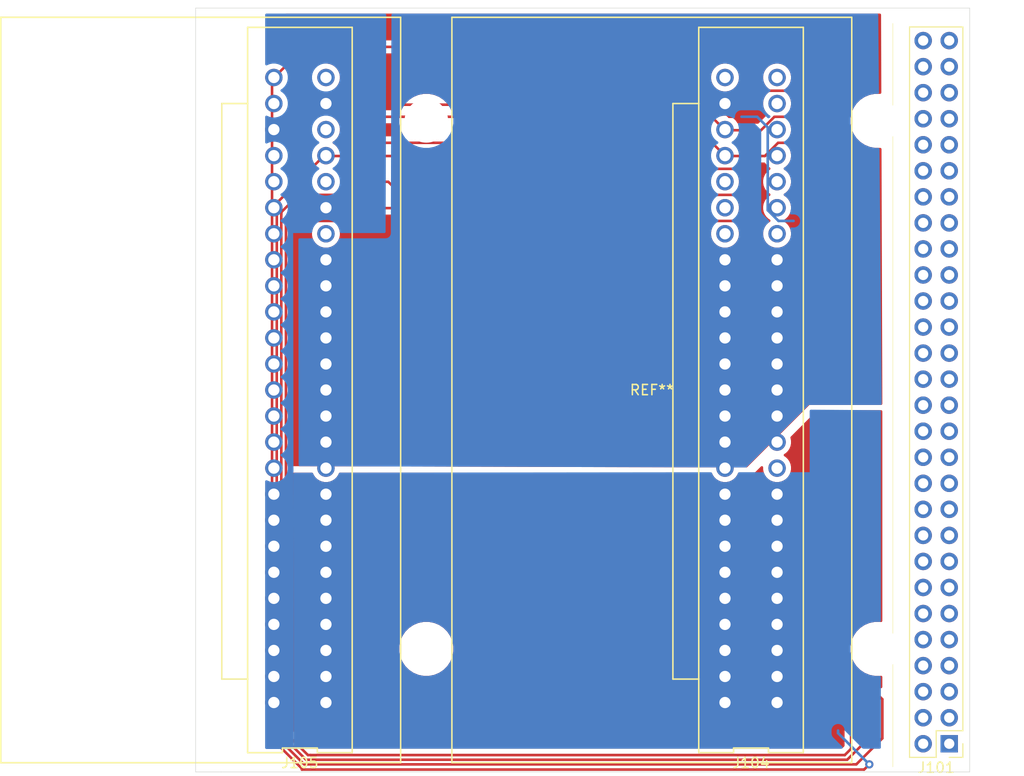
<source format=kicad_pcb>
(kicad_pcb (version 20171130) (host pcbnew 5.1.5+dfsg1-2build2)

  (general
    (thickness 1.6)
    (drawings 6)
    (tracks 83)
    (zones 0)
    (modules 4)
    (nets 16)
  )

  (page A4)
  (title_block
    (title "ATXs PSU")
    (date 2021-02-01)
    (rev 01)
    (company "Bench Wise")
  )

  (layers
    (0 F.Cu signal)
    (31 B.Cu signal)
    (33 F.Adhes user)
    (35 F.Paste user)
    (37 F.SilkS user)
    (39 F.Mask user)
    (40 Dwgs.User user)
    (41 Cmts.User user)
    (42 Eco1.User user)
    (43 Eco2.User user)
    (44 Edge.Cuts user)
    (45 Margin user)
    (46 B.CrtYd user)
    (47 F.CrtYd user)
    (49 F.Fab user)
  )

  (setup
    (last_trace_width 0.25)
    (user_trace_width 0.254)
    (user_trace_width 0.762)
    (trace_clearance 0.2)
    (zone_clearance 0.508)
    (zone_45_only yes)
    (trace_min 0.2)
    (via_size 0.8)
    (via_drill 0.4)
    (via_min_size 0.4)
    (via_min_drill 0.3)
    (user_via 0.889 0.4318)
    (uvia_size 0.3)
    (uvia_drill 0.1)
    (uvias_allowed no)
    (uvia_min_size 0.2)
    (uvia_min_drill 0.1)
    (edge_width 0.05)
    (segment_width 0.2)
    (pcb_text_width 0.3)
    (pcb_text_size 1.5 1.5)
    (mod_edge_width 0.12)
    (mod_text_size 1 1)
    (mod_text_width 0.15)
    (pad_size 1.524 1.524)
    (pad_drill 0.762)
    (pad_to_mask_clearance 0.051)
    (solder_mask_min_width 0.25)
    (aux_axis_origin 122 128.5)
    (grid_origin 122 128.5)
    (visible_elements FFFFFF7F)
    (pcbplotparams
      (layerselection 0x010fc_ffffffff)
      (usegerberextensions false)
      (usegerberattributes false)
      (usegerberadvancedattributes false)
      (creategerberjobfile false)
      (excludeedgelayer true)
      (linewidth 0.100000)
      (plotframeref false)
      (viasonmask false)
      (mode 1)
      (useauxorigin false)
      (hpglpennumber 1)
      (hpglpenspeed 20)
      (hpglpendiameter 15.000000)
      (psnegative false)
      (psa4output false)
      (plotreference true)
      (plotvalue true)
      (plotinvisibletext false)
      (padsonsilk false)
      (subtractmaskfromsilk false)
      (outputformat 1)
      (mirror false)
      (drillshape 1)
      (scaleselection 1)
      (outputdirectory ""))
  )

  (net 0 "")
  (net 1 GND)
  (net 2 "Net-(J104-Padb25)")
  (net 3 /CRPS_PSU/CurrentShare)
  (net 4 /CRPS_PSU/CR_BUS)
  (net 5 /CRPS_PSU/A1)
  (net 6 /sheet601B9C60/A0)
  (net 7 "Net-(J105-Padb25)")
  (net 8 Vmain)
  (net 9 Vstby)
  (net 10 SDA)
  (net 11 PSON)
  (net 12 SCL)
  (net 13 PWOK)
  (net 14 /CRPS_PSU/SMBAlert)
  (net 15 /sheet601B9C60/SMBAlert)

  (net_class Default "This is the default net class."
    (clearance 0.2)
    (trace_width 0.25)
    (via_dia 0.8)
    (via_drill 0.4)
    (uvia_dia 0.3)
    (uvia_drill 0.1)
    (add_net /CRPS_PSU/A1)
    (add_net /CRPS_PSU/CR_BUS)
    (add_net /CRPS_PSU/CurrentShare)
    (add_net /CRPS_PSU/SMBAlert)
    (add_net /sheet601B9C60/A0)
    (add_net /sheet601B9C60/SMBAlert)
    (add_net GND)
    (add_net "Net-(J104-Padb25)")
    (add_net "Net-(J105-Padb25)")
    (add_net PSON)
    (add_net PWOK)
    (add_net SCL)
    (add_net SDA)
    (add_net Vmain)
    (add_net Vstby)
  )

  (module ATXs:ATXs-PSU-MountHoles (layer F.Cu) (tedit 6041BD75) (tstamp 6042169D)
    (at 166.5 90.75)
    (fp_text reference REF** (at 0 0.5) (layer F.SilkS)
      (effects (font (size 1 1) (thickness 0.15)))
    )
    (fp_text value ATXs-PSU-MountHoles (at 0 -0.5) (layer F.Fab)
      (effects (font (size 1 1) (thickness 0.15)))
    )
    (pad "" np_thru_hole circle (at 22 -25.75) (size 4.25 4.25) (drill 4.25) (layers *.Cu *.Mask))
    (pad "" np_thru_hole circle (at 22 25.75) (size 4.25 4.25) (drill 4.25) (layers *.Cu *.Mask))
    (pad "" np_thru_hole circle (at -22 25.75) (size 4.25 4.25) (drill 4.25) (layers *.Cu *.Mask))
    (pad "" np_thru_hole circle (at -22 -25.75) (size 4.25 4.25) (drill 4.25) (layers *.Cu *.Mask))
  )

  (module AEvan:CRPS_FCI_10035388-102LF (layer F.Cu) (tedit 5C075824) (tstamp 60192EBF)
    (at 132.17 91.25 90)
    (path /601B9C71/6018D8AD)
    (fp_text reference J105 (at -36.37 0) (layer F.SilkS)
      (effects (font (size 1 1) (thickness 0.15)))
    )
    (fp_text value Conn_02x25_Row_Letter_First (at 0 0 90) (layer F.Fab)
      (effects (font (size 1 1) (thickness 0.15)))
    )
    (fp_line (start -35.37 5.099999) (end 35.37 5.1) (layer F.SilkS) (width 0.15))
    (fp_line (start 35.37 5.1) (end 35.37 -5.099999) (layer F.SilkS) (width 0.15))
    (fp_line (start 35.37 -5.099999) (end -35.37 -5.1) (layer F.SilkS) (width 0.15))
    (fp_line (start -35.37 -5.1) (end -35.37 -1.7) (layer F.SilkS) (width 0.15))
    (fp_line (start -35.37 -1.7) (end -34.92 -1.7) (layer F.SilkS) (width 0.15))
    (fp_line (start -34.92 -1.7) (end -34.92 1.699999) (layer F.SilkS) (width 0.15))
    (fp_line (start -34.92 1.699999) (end -35.37 1.699999) (layer F.SilkS) (width 0.15))
    (fp_line (start -35.37 1.699999) (end -35.37 5.099999) (layer F.SilkS) (width 0.15))
    (fp_line (start -35.5 -5.25) (end 35.5 -5.25) (layer F.CrtYd) (width 0.05))
    (fp_line (start 35.5 -5.25) (end 35.5 5.25) (layer F.CrtYd) (width 0.05))
    (fp_line (start 35.5 5.25) (end -35.5 5.25) (layer F.CrtYd) (width 0.05))
    (fp_line (start -35.5 5.25) (end -35.5 -5.25) (layer F.CrtYd) (width 0.05))
    (fp_line (start -28.194 -5.08) (end -28.194 -7.62) (layer F.SilkS) (width 0.15))
    (fp_line (start -28.194 -7.62) (end 27.94 -7.62) (layer F.SilkS) (width 0.15))
    (fp_line (start 27.94 -7.62) (end 27.94 -5.08) (layer F.SilkS) (width 0.15))
    (fp_line (start -36.35 9.825) (end 36.35 9.825) (layer F.SilkS) (width 0.15))
    (fp_line (start 36.35 9.825) (end 36.35 -29.175) (layer F.SilkS) (width 0.15))
    (fp_line (start 36.35 -29.175) (end -36.35 -29.175) (layer F.SilkS) (width 0.15))
    (fp_line (start -36.35 -29.175) (end -36.35 9.825) (layer F.SilkS) (width 0.15))
    (pad a1 thru_hole circle (at -30.48 -2.54 90) (size 1.7 1.7) (drill 1.1) (layers *.Cu *.Mask)
      (net 1 GND))
    (pad b1 thru_hole circle (at -30.48 2.54 90) (size 1.7 1.7) (drill 1.1) (layers *.Cu *.Mask)
      (net 1 GND))
    (pad a2 thru_hole circle (at -27.94 -2.54 90) (size 1.7 1.7) (drill 1.1) (layers *.Cu *.Mask)
      (net 1 GND))
    (pad b2 thru_hole circle (at -27.94 2.54 90) (size 1.7 1.7) (drill 1.1) (layers *.Cu *.Mask)
      (net 1 GND))
    (pad a3 thru_hole circle (at -25.4 -2.54 90) (size 1.7 1.7) (drill 1.1) (layers *.Cu *.Mask)
      (net 1 GND))
    (pad b3 thru_hole circle (at -25.4 2.54 90) (size 1.7 1.7) (drill 1.1) (layers *.Cu *.Mask)
      (net 1 GND))
    (pad a4 thru_hole circle (at -22.86 -2.54 90) (size 1.7 1.7) (drill 1.1) (layers *.Cu *.Mask)
      (net 1 GND))
    (pad b4 thru_hole circle (at -22.86 2.54 90) (size 1.7 1.7) (drill 1.1) (layers *.Cu *.Mask)
      (net 1 GND))
    (pad a5 thru_hole circle (at -20.32 -2.54 90) (size 1.7 1.7) (drill 1.1) (layers *.Cu *.Mask)
      (net 1 GND))
    (pad b5 thru_hole circle (at -20.32 2.54 90) (size 1.7 1.7) (drill 1.1) (layers *.Cu *.Mask)
      (net 1 GND))
    (pad a6 thru_hole circle (at -17.78 -2.54 90) (size 1.7 1.7) (drill 1.1) (layers *.Cu *.Mask)
      (net 1 GND))
    (pad b6 thru_hole circle (at -17.78 2.54 90) (size 1.7 1.7) (drill 1.1) (layers *.Cu *.Mask)
      (net 1 GND))
    (pad a7 thru_hole circle (at -15.24 -2.54 90) (size 1.7 1.7) (drill 1.1) (layers *.Cu *.Mask)
      (net 1 GND))
    (pad b7 thru_hole circle (at -15.24 2.54 90) (size 1.7 1.7) (drill 1.1) (layers *.Cu *.Mask)
      (net 1 GND))
    (pad a8 thru_hole circle (at -12.7 -2.54 90) (size 1.7 1.7) (drill 1.1) (layers *.Cu *.Mask)
      (net 1 GND))
    (pad b8 thru_hole circle (at -12.7 2.54 90) (size 1.7 1.7) (drill 1.1) (layers *.Cu *.Mask)
      (net 1 GND))
    (pad a9 thru_hole circle (at -10.16 -2.54 90) (size 1.7 1.7) (drill 1.1) (layers *.Cu *.Mask)
      (net 1 GND))
    (pad b9 thru_hole circle (at -10.16 2.54 90) (size 1.7 1.7) (drill 1.1) (layers *.Cu *.Mask)
      (net 1 GND))
    (pad a10 thru_hole circle (at -7.62 -2.54 90) (size 1.7 1.7) (drill 1.1) (layers *.Cu *.Mask)
      (net 8 Vmain))
    (pad b10 thru_hole circle (at -7.62 2.54 90) (size 1.7 1.7) (drill 1.1) (layers *.Cu *.Mask)
      (net 8 Vmain))
    (pad a11 thru_hole circle (at -5.08 -2.54 90) (size 1.7 1.7) (drill 1.1) (layers *.Cu *.Mask)
      (net 8 Vmain))
    (pad b11 thru_hole circle (at -5.08 2.54 90) (size 1.7 1.7) (drill 1.1) (layers *.Cu *.Mask)
      (net 8 Vmain))
    (pad a12 thru_hole circle (at -2.54 -2.54 90) (size 1.7 1.7) (drill 1.1) (layers *.Cu *.Mask)
      (net 8 Vmain))
    (pad b12 thru_hole circle (at -2.54 2.54 90) (size 1.7 1.7) (drill 1.1) (layers *.Cu *.Mask)
      (net 8 Vmain))
    (pad a13 thru_hole circle (at 0 -2.54 90) (size 1.7 1.7) (drill 1.1) (layers *.Cu *.Mask)
      (net 8 Vmain))
    (pad b13 thru_hole circle (at 0 2.54 90) (size 1.7 1.7) (drill 1.1) (layers *.Cu *.Mask)
      (net 8 Vmain))
    (pad a14 thru_hole circle (at 2.54 -2.54 90) (size 1.7 1.7) (drill 1.1) (layers *.Cu *.Mask)
      (net 8 Vmain))
    (pad b14 thru_hole circle (at 2.54 2.54 90) (size 1.7 1.7) (drill 1.1) (layers *.Cu *.Mask)
      (net 8 Vmain))
    (pad a15 thru_hole circle (at 5.08 -2.54 90) (size 1.7 1.7) (drill 1.1) (layers *.Cu *.Mask)
      (net 8 Vmain))
    (pad b15 thru_hole circle (at 5.08 2.54 90) (size 1.7 1.7) (drill 1.1) (layers *.Cu *.Mask)
      (net 8 Vmain))
    (pad a16 thru_hole circle (at 7.62 -2.54 90) (size 1.7 1.7) (drill 1.1) (layers *.Cu *.Mask)
      (net 8 Vmain))
    (pad b16 thru_hole circle (at 7.62 2.54 90) (size 1.7 1.7) (drill 1.1) (layers *.Cu *.Mask)
      (net 8 Vmain))
    (pad a17 thru_hole circle (at 10.16 -2.54 90) (size 1.7 1.7) (drill 1.1) (layers *.Cu *.Mask)
      (net 8 Vmain))
    (pad b17 thru_hole circle (at 10.16 2.54 90) (size 1.7 1.7) (drill 1.1) (layers *.Cu *.Mask)
      (net 8 Vmain))
    (pad a18 thru_hole circle (at 12.7 -2.54 90) (size 1.7 1.7) (drill 1.1) (layers *.Cu *.Mask)
      (net 8 Vmain))
    (pad b18 thru_hole circle (at 12.7 2.54 90) (size 1.7 1.7) (drill 1.1) (layers *.Cu *.Mask)
      (net 8 Vmain))
    (pad a19 thru_hole circle (at 15.24 -2.54 90) (size 1.7 1.7) (drill 1.1) (layers *.Cu *.Mask)
      (net 10 SDA))
    (pad b19 thru_hole circle (at 15.24 2.54 90) (size 1.7 1.7) (drill 1.1) (layers *.Cu *.Mask)
      (net 6 /sheet601B9C60/A0))
    (pad a20 thru_hole circle (at 17.78 -2.54 90) (size 1.7 1.7) (drill 1.1) (layers *.Cu *.Mask)
      (net 12 SCL))
    (pad b20 thru_hole circle (at 17.78 2.54 90) (size 1.7 1.7) (drill 1.1) (layers *.Cu *.Mask)
      (net 1 GND))
    (pad a21 thru_hole circle (at 20.32 -2.54 90) (size 1.7 1.7) (drill 1.1) (layers *.Cu *.Mask)
      (net 11 PSON))
    (pad b21 thru_hole circle (at 20.32 2.54 90) (size 1.7 1.7) (drill 1.1) (layers *.Cu *.Mask)
      (net 9 Vstby))
    (pad a22 thru_hole circle (at 22.86 -2.54 90) (size 1.7 1.7) (drill 1.1) (layers *.Cu *.Mask)
      (net 15 /sheet601B9C60/SMBAlert))
    (pad b22 thru_hole circle (at 22.86 2.54 90) (size 1.7 1.7) (drill 1.1) (layers *.Cu *.Mask)
      (net 4 /CRPS_PSU/CR_BUS))
    (pad a23 thru_hole circle (at 25.4 -2.54 90) (size 1.7 1.7) (drill 1.1) (layers *.Cu *.Mask)
      (net 1 GND))
    (pad b23 thru_hole circle (at 25.4 2.54 90) (size 1.7 1.7) (drill 1.1) (layers *.Cu *.Mask)
      (net 3 /CRPS_PSU/CurrentShare))
    (pad a24 thru_hole circle (at 27.94 -2.54 90) (size 1.7 1.7) (drill 1.1) (layers *.Cu *.Mask)
      (net 8 Vmain))
    (pad b24 thru_hole circle (at 27.94 2.54 90) (size 1.7 1.7) (drill 1.1) (layers *.Cu *.Mask)
      (net 1 GND))
    (pad a25 thru_hole circle (at 30.48 -2.54 90) (size 1.7 1.7) (drill 1.1) (layers *.Cu *.Mask)
      (net 13 PWOK))
    (pad b25 thru_hole circle (at 30.48 2.54 90) (size 1.7 1.7) (drill 1.1) (layers *.Cu *.Mask)
      (net 7 "Net-(J105-Padb25)"))
  )

  (module AEvan:CRPS_FCI_10035388-102LF (layer F.Cu) (tedit 5C075824) (tstamp 60192AB5)
    (at 176.17 91.25 90)
    (path /6018D5DA/6018D8AD)
    (fp_text reference J104 (at -36.37 0) (layer F.SilkS)
      (effects (font (size 1 1) (thickness 0.15)))
    )
    (fp_text value Conn_02x25_Row_Letter_First (at 0 0 90) (layer F.Fab)
      (effects (font (size 1 1) (thickness 0.15)))
    )
    (fp_line (start -36.35 -29.175) (end -36.35 9.825) (layer F.SilkS) (width 0.15))
    (fp_line (start 36.35 -29.175) (end -36.35 -29.175) (layer F.SilkS) (width 0.15))
    (fp_line (start 36.35 9.825) (end 36.35 -29.175) (layer F.SilkS) (width 0.15))
    (fp_line (start -36.35 9.825) (end 36.35 9.825) (layer F.SilkS) (width 0.15))
    (fp_line (start 27.94 -7.62) (end 27.94 -5.08) (layer F.SilkS) (width 0.15))
    (fp_line (start -28.194 -7.62) (end 27.94 -7.62) (layer F.SilkS) (width 0.15))
    (fp_line (start -28.194 -5.08) (end -28.194 -7.62) (layer F.SilkS) (width 0.15))
    (fp_line (start -35.5 5.25) (end -35.5 -5.25) (layer F.CrtYd) (width 0.05))
    (fp_line (start 35.5 5.25) (end -35.5 5.25) (layer F.CrtYd) (width 0.05))
    (fp_line (start 35.5 -5.25) (end 35.5 5.25) (layer F.CrtYd) (width 0.05))
    (fp_line (start -35.5 -5.25) (end 35.5 -5.25) (layer F.CrtYd) (width 0.05))
    (fp_line (start -35.37 1.699999) (end -35.37 5.099999) (layer F.SilkS) (width 0.15))
    (fp_line (start -34.92 1.699999) (end -35.37 1.699999) (layer F.SilkS) (width 0.15))
    (fp_line (start -34.92 -1.7) (end -34.92 1.699999) (layer F.SilkS) (width 0.15))
    (fp_line (start -35.37 -1.7) (end -34.92 -1.7) (layer F.SilkS) (width 0.15))
    (fp_line (start -35.37 -5.1) (end -35.37 -1.7) (layer F.SilkS) (width 0.15))
    (fp_line (start 35.37 -5.099999) (end -35.37 -5.1) (layer F.SilkS) (width 0.15))
    (fp_line (start 35.37 5.1) (end 35.37 -5.099999) (layer F.SilkS) (width 0.15))
    (fp_line (start -35.37 5.099999) (end 35.37 5.1) (layer F.SilkS) (width 0.15))
    (pad b25 thru_hole circle (at 30.48 2.54 90) (size 1.7 1.7) (drill 1.1) (layers *.Cu *.Mask)
      (net 2 "Net-(J104-Padb25)"))
    (pad a25 thru_hole circle (at 30.48 -2.54 90) (size 1.7 1.7) (drill 1.1) (layers *.Cu *.Mask)
      (net 13 PWOK))
    (pad b24 thru_hole circle (at 27.94 2.54 90) (size 1.7 1.7) (drill 1.1) (layers *.Cu *.Mask)
      (net 1 GND))
    (pad a24 thru_hole circle (at 27.94 -2.54 90) (size 1.7 1.7) (drill 1.1) (layers *.Cu *.Mask)
      (net 8 Vmain))
    (pad b23 thru_hole circle (at 25.4 2.54 90) (size 1.7 1.7) (drill 1.1) (layers *.Cu *.Mask)
      (net 3 /CRPS_PSU/CurrentShare))
    (pad a23 thru_hole circle (at 25.4 -2.54 90) (size 1.7 1.7) (drill 1.1) (layers *.Cu *.Mask)
      (net 1 GND))
    (pad b22 thru_hole circle (at 22.86 2.54 90) (size 1.7 1.7) (drill 1.1) (layers *.Cu *.Mask)
      (net 4 /CRPS_PSU/CR_BUS))
    (pad a22 thru_hole circle (at 22.86 -2.54 90) (size 1.7 1.7) (drill 1.1) (layers *.Cu *.Mask)
      (net 14 /CRPS_PSU/SMBAlert))
    (pad b21 thru_hole circle (at 20.32 2.54 90) (size 1.7 1.7) (drill 1.1) (layers *.Cu *.Mask)
      (net 9 Vstby))
    (pad a21 thru_hole circle (at 20.32 -2.54 90) (size 1.7 1.7) (drill 1.1) (layers *.Cu *.Mask)
      (net 11 PSON))
    (pad b20 thru_hole circle (at 17.78 2.54 90) (size 1.7 1.7) (drill 1.1) (layers *.Cu *.Mask)
      (net 5 /CRPS_PSU/A1))
    (pad a20 thru_hole circle (at 17.78 -2.54 90) (size 1.7 1.7) (drill 1.1) (layers *.Cu *.Mask)
      (net 12 SCL))
    (pad b19 thru_hole circle (at 15.24 2.54 90) (size 1.7 1.7) (drill 1.1) (layers *.Cu *.Mask)
      (net 1 GND))
    (pad a19 thru_hole circle (at 15.24 -2.54 90) (size 1.7 1.7) (drill 1.1) (layers *.Cu *.Mask)
      (net 10 SDA))
    (pad b18 thru_hole circle (at 12.7 2.54 90) (size 1.7 1.7) (drill 1.1) (layers *.Cu *.Mask)
      (net 8 Vmain))
    (pad a18 thru_hole circle (at 12.7 -2.54 90) (size 1.7 1.7) (drill 1.1) (layers *.Cu *.Mask)
      (net 8 Vmain))
    (pad b17 thru_hole circle (at 10.16 2.54 90) (size 1.7 1.7) (drill 1.1) (layers *.Cu *.Mask)
      (net 8 Vmain))
    (pad a17 thru_hole circle (at 10.16 -2.54 90) (size 1.7 1.7) (drill 1.1) (layers *.Cu *.Mask)
      (net 8 Vmain))
    (pad b16 thru_hole circle (at 7.62 2.54 90) (size 1.7 1.7) (drill 1.1) (layers *.Cu *.Mask)
      (net 8 Vmain))
    (pad a16 thru_hole circle (at 7.62 -2.54 90) (size 1.7 1.7) (drill 1.1) (layers *.Cu *.Mask)
      (net 8 Vmain))
    (pad b15 thru_hole circle (at 5.08 2.54 90) (size 1.7 1.7) (drill 1.1) (layers *.Cu *.Mask)
      (net 8 Vmain))
    (pad a15 thru_hole circle (at 5.08 -2.54 90) (size 1.7 1.7) (drill 1.1) (layers *.Cu *.Mask)
      (net 8 Vmain))
    (pad b14 thru_hole circle (at 2.54 2.54 90) (size 1.7 1.7) (drill 1.1) (layers *.Cu *.Mask)
      (net 8 Vmain))
    (pad a14 thru_hole circle (at 2.54 -2.54 90) (size 1.7 1.7) (drill 1.1) (layers *.Cu *.Mask)
      (net 8 Vmain))
    (pad b13 thru_hole circle (at 0 2.54 90) (size 1.7 1.7) (drill 1.1) (layers *.Cu *.Mask)
      (net 8 Vmain))
    (pad a13 thru_hole circle (at 0 -2.54 90) (size 1.7 1.7) (drill 1.1) (layers *.Cu *.Mask)
      (net 8 Vmain))
    (pad b12 thru_hole circle (at -2.54 2.54 90) (size 1.7 1.7) (drill 1.1) (layers *.Cu *.Mask)
      (net 8 Vmain))
    (pad a12 thru_hole circle (at -2.54 -2.54 90) (size 1.7 1.7) (drill 1.1) (layers *.Cu *.Mask)
      (net 8 Vmain))
    (pad b11 thru_hole circle (at -5.08 2.54 90) (size 1.7 1.7) (drill 1.1) (layers *.Cu *.Mask)
      (net 8 Vmain))
    (pad a11 thru_hole circle (at -5.08 -2.54 90) (size 1.7 1.7) (drill 1.1) (layers *.Cu *.Mask)
      (net 8 Vmain))
    (pad b10 thru_hole circle (at -7.62 2.54 90) (size 1.7 1.7) (drill 1.1) (layers *.Cu *.Mask)
      (net 8 Vmain))
    (pad a10 thru_hole circle (at -7.62 -2.54 90) (size 1.7 1.7) (drill 1.1) (layers *.Cu *.Mask)
      (net 8 Vmain))
    (pad b9 thru_hole circle (at -10.16 2.54 90) (size 1.7 1.7) (drill 1.1) (layers *.Cu *.Mask)
      (net 1 GND))
    (pad a9 thru_hole circle (at -10.16 -2.54 90) (size 1.7 1.7) (drill 1.1) (layers *.Cu *.Mask)
      (net 1 GND))
    (pad b8 thru_hole circle (at -12.7 2.54 90) (size 1.7 1.7) (drill 1.1) (layers *.Cu *.Mask)
      (net 1 GND))
    (pad a8 thru_hole circle (at -12.7 -2.54 90) (size 1.7 1.7) (drill 1.1) (layers *.Cu *.Mask)
      (net 1 GND))
    (pad b7 thru_hole circle (at -15.24 2.54 90) (size 1.7 1.7) (drill 1.1) (layers *.Cu *.Mask)
      (net 1 GND))
    (pad a7 thru_hole circle (at -15.24 -2.54 90) (size 1.7 1.7) (drill 1.1) (layers *.Cu *.Mask)
      (net 1 GND))
    (pad b6 thru_hole circle (at -17.78 2.54 90) (size 1.7 1.7) (drill 1.1) (layers *.Cu *.Mask)
      (net 1 GND))
    (pad a6 thru_hole circle (at -17.78 -2.54 90) (size 1.7 1.7) (drill 1.1) (layers *.Cu *.Mask)
      (net 1 GND))
    (pad b5 thru_hole circle (at -20.32 2.54 90) (size 1.7 1.7) (drill 1.1) (layers *.Cu *.Mask)
      (net 1 GND))
    (pad a5 thru_hole circle (at -20.32 -2.54 90) (size 1.7 1.7) (drill 1.1) (layers *.Cu *.Mask)
      (net 1 GND))
    (pad b4 thru_hole circle (at -22.86 2.54 90) (size 1.7 1.7) (drill 1.1) (layers *.Cu *.Mask)
      (net 1 GND))
    (pad a4 thru_hole circle (at -22.86 -2.54 90) (size 1.7 1.7) (drill 1.1) (layers *.Cu *.Mask)
      (net 1 GND))
    (pad b3 thru_hole circle (at -25.4 2.54 90) (size 1.7 1.7) (drill 1.1) (layers *.Cu *.Mask)
      (net 1 GND))
    (pad a3 thru_hole circle (at -25.4 -2.54 90) (size 1.7 1.7) (drill 1.1) (layers *.Cu *.Mask)
      (net 1 GND))
    (pad b2 thru_hole circle (at -27.94 2.54 90) (size 1.7 1.7) (drill 1.1) (layers *.Cu *.Mask)
      (net 1 GND))
    (pad a2 thru_hole circle (at -27.94 -2.54 90) (size 1.7 1.7) (drill 1.1) (layers *.Cu *.Mask)
      (net 1 GND))
    (pad b1 thru_hole circle (at -30.48 2.54 90) (size 1.7 1.7) (drill 1.1) (layers *.Cu *.Mask)
      (net 1 GND))
    (pad a1 thru_hole circle (at -30.48 -2.54 90) (size 1.7 1.7) (drill 1.1) (layers *.Cu *.Mask)
      (net 1 GND))
  )

  (module Connector_PinHeader_2.54mm:PinHeader_2x28_P2.54mm_Vertical (layer F.Cu) (tedit 59FED5CC) (tstamp 6041BC13)
    (at 195.5 125.75 180)
    (descr "Through hole straight pin header, 2x28, 2.54mm pitch, double rows")
    (tags "Through hole pin header THT 2x28 2.54mm double row")
    (path /60397085)
    (fp_text reference J101 (at 1.27 -2.33) (layer F.SilkS)
      (effects (font (size 1 1) (thickness 0.15)))
    )
    (fp_text value Conn_02x28_Odd_Even (at 1.27 70.91) (layer F.Fab)
      (effects (font (size 1 1) (thickness 0.15)))
    )
    (fp_line (start 0 -1.27) (end 3.81 -1.27) (layer F.Fab) (width 0.1))
    (fp_line (start 3.81 -1.27) (end 3.81 69.85) (layer F.Fab) (width 0.1))
    (fp_line (start 3.81 69.85) (end -1.27 69.85) (layer F.Fab) (width 0.1))
    (fp_line (start -1.27 69.85) (end -1.27 0) (layer F.Fab) (width 0.1))
    (fp_line (start -1.27 0) (end 0 -1.27) (layer F.Fab) (width 0.1))
    (fp_line (start -1.33 69.91) (end 3.87 69.91) (layer F.SilkS) (width 0.12))
    (fp_line (start -1.33 1.27) (end -1.33 69.91) (layer F.SilkS) (width 0.12))
    (fp_line (start 3.87 -1.33) (end 3.87 69.91) (layer F.SilkS) (width 0.12))
    (fp_line (start -1.33 1.27) (end 1.27 1.27) (layer F.SilkS) (width 0.12))
    (fp_line (start 1.27 1.27) (end 1.27 -1.33) (layer F.SilkS) (width 0.12))
    (fp_line (start 1.27 -1.33) (end 3.87 -1.33) (layer F.SilkS) (width 0.12))
    (fp_line (start -1.33 0) (end -1.33 -1.33) (layer F.SilkS) (width 0.12))
    (fp_line (start -1.33 -1.33) (end 0 -1.33) (layer F.SilkS) (width 0.12))
    (fp_line (start -1.8 -1.8) (end -1.8 70.35) (layer F.CrtYd) (width 0.05))
    (fp_line (start -1.8 70.35) (end 4.35 70.35) (layer F.CrtYd) (width 0.05))
    (fp_line (start 4.35 70.35) (end 4.35 -1.8) (layer F.CrtYd) (width 0.05))
    (fp_line (start 4.35 -1.8) (end -1.8 -1.8) (layer F.CrtYd) (width 0.05))
    (fp_text user %R (at 1.27 34.29 90) (layer F.Fab)
      (effects (font (size 1 1) (thickness 0.15)))
    )
    (pad 1 thru_hole rect (at 0 0 180) (size 1.7 1.7) (drill 1) (layers *.Cu *.Mask)
      (net 13 PWOK))
    (pad 2 thru_hole oval (at 2.54 0 180) (size 1.7 1.7) (drill 1) (layers *.Cu *.Mask)
      (net 12 SCL))
    (pad 3 thru_hole oval (at 0 2.54 180) (size 1.7 1.7) (drill 1) (layers *.Cu *.Mask)
      (net 11 PSON))
    (pad 4 thru_hole oval (at 2.54 2.54 180) (size 1.7 1.7) (drill 1) (layers *.Cu *.Mask)
      (net 10 SDA))
    (pad 5 thru_hole oval (at 0 5.08 180) (size 1.7 1.7) (drill 1) (layers *.Cu *.Mask)
      (net 1 GND))
    (pad 6 thru_hole oval (at 2.54 5.08 180) (size 1.7 1.7) (drill 1) (layers *.Cu *.Mask)
      (net 1 GND))
    (pad 7 thru_hole oval (at 0 7.62 180) (size 1.7 1.7) (drill 1) (layers *.Cu *.Mask)
      (net 1 GND))
    (pad 8 thru_hole oval (at 2.54 7.62 180) (size 1.7 1.7) (drill 1) (layers *.Cu *.Mask)
      (net 1 GND))
    (pad 9 thru_hole oval (at 0 10.16 180) (size 1.7 1.7) (drill 1) (layers *.Cu *.Mask)
      (net 1 GND))
    (pad 10 thru_hole oval (at 2.54 10.16 180) (size 1.7 1.7) (drill 1) (layers *.Cu *.Mask)
      (net 1 GND))
    (pad 11 thru_hole oval (at 0 12.7 180) (size 1.7 1.7) (drill 1) (layers *.Cu *.Mask)
      (net 1 GND))
    (pad 12 thru_hole oval (at 2.54 12.7 180) (size 1.7 1.7) (drill 1) (layers *.Cu *.Mask)
      (net 1 GND))
    (pad 13 thru_hole oval (at 0 15.24 180) (size 1.7 1.7) (drill 1) (layers *.Cu *.Mask)
      (net 1 GND))
    (pad 14 thru_hole oval (at 2.54 15.24 180) (size 1.7 1.7) (drill 1) (layers *.Cu *.Mask)
      (net 1 GND))
    (pad 15 thru_hole oval (at 0 17.78 180) (size 1.7 1.7) (drill 1) (layers *.Cu *.Mask)
      (net 1 GND))
    (pad 16 thru_hole oval (at 2.54 17.78 180) (size 1.7 1.7) (drill 1) (layers *.Cu *.Mask)
      (net 1 GND))
    (pad 17 thru_hole oval (at 0 20.32 180) (size 1.7 1.7) (drill 1) (layers *.Cu *.Mask)
      (net 1 GND))
    (pad 18 thru_hole oval (at 2.54 20.32 180) (size 1.7 1.7) (drill 1) (layers *.Cu *.Mask)
      (net 1 GND))
    (pad 19 thru_hole oval (at 0 22.86 180) (size 1.7 1.7) (drill 1) (layers *.Cu *.Mask)
      (net 1 GND))
    (pad 20 thru_hole oval (at 2.54 22.86 180) (size 1.7 1.7) (drill 1) (layers *.Cu *.Mask)
      (net 1 GND))
    (pad 21 thru_hole oval (at 0 25.4 180) (size 1.7 1.7) (drill 1) (layers *.Cu *.Mask)
      (net 1 GND))
    (pad 22 thru_hole oval (at 2.54 25.4 180) (size 1.7 1.7) (drill 1) (layers *.Cu *.Mask)
      (net 1 GND))
    (pad 23 thru_hole oval (at 0 27.94 180) (size 1.7 1.7) (drill 1) (layers *.Cu *.Mask)
      (net 1 GND))
    (pad 24 thru_hole oval (at 2.54 27.94 180) (size 1.7 1.7) (drill 1) (layers *.Cu *.Mask)
      (net 1 GND))
    (pad 25 thru_hole oval (at 0 30.48 180) (size 1.7 1.7) (drill 1) (layers *.Cu *.Mask)
      (net 1 GND))
    (pad 26 thru_hole oval (at 2.54 30.48 180) (size 1.7 1.7) (drill 1) (layers *.Cu *.Mask)
      (net 1 GND))
    (pad 27 thru_hole oval (at 0 33.02 180) (size 1.7 1.7) (drill 1) (layers *.Cu *.Mask)
      (net 8 Vmain))
    (pad 28 thru_hole oval (at 2.54 33.02 180) (size 1.7 1.7) (drill 1) (layers *.Cu *.Mask)
      (net 8 Vmain))
    (pad 29 thru_hole oval (at 0 35.56 180) (size 1.7 1.7) (drill 1) (layers *.Cu *.Mask)
      (net 8 Vmain))
    (pad 30 thru_hole oval (at 2.54 35.56 180) (size 1.7 1.7) (drill 1) (layers *.Cu *.Mask)
      (net 8 Vmain))
    (pad 31 thru_hole oval (at 0 38.1 180) (size 1.7 1.7) (drill 1) (layers *.Cu *.Mask)
      (net 8 Vmain))
    (pad 32 thru_hole oval (at 2.54 38.1 180) (size 1.7 1.7) (drill 1) (layers *.Cu *.Mask)
      (net 8 Vmain))
    (pad 33 thru_hole oval (at 0 40.64 180) (size 1.7 1.7) (drill 1) (layers *.Cu *.Mask)
      (net 8 Vmain))
    (pad 34 thru_hole oval (at 2.54 40.64 180) (size 1.7 1.7) (drill 1) (layers *.Cu *.Mask)
      (net 8 Vmain))
    (pad 35 thru_hole oval (at 0 43.18 180) (size 1.7 1.7) (drill 1) (layers *.Cu *.Mask)
      (net 8 Vmain))
    (pad 36 thru_hole oval (at 2.54 43.18 180) (size 1.7 1.7) (drill 1) (layers *.Cu *.Mask)
      (net 8 Vmain))
    (pad 37 thru_hole oval (at 0 45.72 180) (size 1.7 1.7) (drill 1) (layers *.Cu *.Mask)
      (net 8 Vmain))
    (pad 38 thru_hole oval (at 2.54 45.72 180) (size 1.7 1.7) (drill 1) (layers *.Cu *.Mask)
      (net 8 Vmain))
    (pad 39 thru_hole oval (at 0 48.26 180) (size 1.7 1.7) (drill 1) (layers *.Cu *.Mask)
      (net 8 Vmain))
    (pad 40 thru_hole oval (at 2.54 48.26 180) (size 1.7 1.7) (drill 1) (layers *.Cu *.Mask)
      (net 8 Vmain))
    (pad 41 thru_hole oval (at 0 50.8 180) (size 1.7 1.7) (drill 1) (layers *.Cu *.Mask)
      (net 8 Vmain))
    (pad 42 thru_hole oval (at 2.54 50.8 180) (size 1.7 1.7) (drill 1) (layers *.Cu *.Mask)
      (net 8 Vmain))
    (pad 43 thru_hole oval (at 0 53.34 180) (size 1.7 1.7) (drill 1) (layers *.Cu *.Mask)
      (net 8 Vmain))
    (pad 44 thru_hole oval (at 2.54 53.34 180) (size 1.7 1.7) (drill 1) (layers *.Cu *.Mask)
      (net 8 Vmain))
    (pad 45 thru_hole oval (at 0 55.88 180) (size 1.7 1.7) (drill 1) (layers *.Cu *.Mask)
      (net 8 Vmain))
    (pad 46 thru_hole oval (at 2.54 55.88 180) (size 1.7 1.7) (drill 1) (layers *.Cu *.Mask)
      (net 8 Vmain))
    (pad 47 thru_hole oval (at 0 58.42 180) (size 1.7 1.7) (drill 1) (layers *.Cu *.Mask)
      (net 8 Vmain))
    (pad 48 thru_hole oval (at 2.54 58.42 180) (size 1.7 1.7) (drill 1) (layers *.Cu *.Mask)
      (net 8 Vmain))
    (pad 49 thru_hole oval (at 0 60.96 180) (size 1.7 1.7) (drill 1) (layers *.Cu *.Mask)
      (net 8 Vmain))
    (pad 50 thru_hole oval (at 2.54 60.96 180) (size 1.7 1.7) (drill 1) (layers *.Cu *.Mask)
      (net 8 Vmain))
    (pad 51 thru_hole oval (at 0 63.5 180) (size 1.7 1.7) (drill 1) (layers *.Cu *.Mask)
      (net 8 Vmain))
    (pad 52 thru_hole oval (at 2.54 63.5 180) (size 1.7 1.7) (drill 1) (layers *.Cu *.Mask)
      (net 8 Vmain))
    (pad 53 thru_hole oval (at 0 66.04 180) (size 1.7 1.7) (drill 1) (layers *.Cu *.Mask)
      (net 8 Vmain))
    (pad 54 thru_hole oval (at 2.54 66.04 180) (size 1.7 1.7) (drill 1) (layers *.Cu *.Mask)
      (net 8 Vmain))
    (pad 55 thru_hole oval (at 0 68.58 180) (size 1.7 1.7) (drill 1) (layers *.Cu *.Mask)
      (net 9 Vstby))
    (pad 56 thru_hole oval (at 2.54 68.58 180) (size 1.7 1.7) (drill 1) (layers *.Cu *.Mask)
      (net 8 Vmain))
    (model ${KISYS3DMOD}/Connector_PinHeader_2.54mm.3dshapes/PinHeader_2x28_P2.54mm_Vertical.wrl
      (at (xyz 0 0 0))
      (scale (xyz 1 1 1))
      (rotate (xyz 0 0 0))
    )
  )

  (gr_line (start 122 54) (end 197.5 54) (layer Edge.Cuts) (width 0.05) (tstamp 6041C182))
  (gr_line (start 122 128.5) (end 122 54) (layer Edge.Cuts) (width 0.05))
  (gr_line (start 124.5 128.5) (end 122 128.5) (layer Edge.Cuts) (width 0.05))
  (gr_line (start 197.5 128.5) (end 124.5 128.5) (layer Edge.Cuts) (width 0.05))
  (gr_line (start 197.5 54) (end 197.5 128.5) (layer Edge.Cuts) (width 0.05))
  (gr_line (start 190 128) (end 190 55.5) (layer F.SilkS) (width 0.05))

  (segment (start 177.78 62.06) (end 175.24 64.6) (width 0.254) (layer F.Cu) (net 8))
  (segment (start 180.32 62.06) (end 177.78 62.06) (width 0.254) (layer F.Cu) (net 8))
  (segment (start 139.682999 63.422999) (end 138.32 62.06) (width 0.254) (layer F.Cu) (net 8))
  (segment (start 174.037919 64.6) (end 172.860918 63.422999) (width 0.254) (layer F.Cu) (net 8))
  (segment (start 172.860918 63.422999) (end 139.682999 63.422999) (width 0.254) (layer F.Cu) (net 8))
  (segment (start 175.24 64.6) (end 174.037919 64.6) (width 0.254) (layer F.Cu) (net 8))
  (segment (start 180.32 74.76) (end 178.8492 74.76) (width 0.254) (layer B.Cu) (net 1))
  (segment (start 178.8492 74.76) (end 177.8 73.7108) (width 0.254) (layer B.Cu) (net 1))
  (segment (start 177.8 73.7108) (end 177.8 65.6336) (width 0.254) (layer B.Cu) (net 1))
  (segment (start 176.7664 64.6) (end 175.24 64.6) (width 0.254) (layer B.Cu) (net 1))
  (segment (start 177.8 65.6336) (end 176.7664 64.6) (width 0.254) (layer B.Cu) (net 1))
  (segment (start 138.32 64.6) (end 172.3214 64.6) (width 0.25) (layer F.Cu) (net 1))
  (segment (start 172.3214 64.6) (end 173.6344 65.913) (width 0.25) (layer F.Cu) (net 1))
  (segment (start 173.6344 65.913) (end 177.1396 65.913) (width 0.25) (layer F.Cu) (net 1))
  (segment (start 178.4526 64.6) (end 180.32 64.6) (width 0.25) (layer F.Cu) (net 1))
  (segment (start 177.1396 65.913) (end 178.4526 64.6) (width 0.25) (layer F.Cu) (net 1))
  (segment (start 138.32 67.14) (end 172.3722 67.14) (width 0.25) (layer F.Cu) (net 14))
  (segment (start 172.3722 67.14) (end 173.6598 68.4276) (width 0.25) (layer F.Cu) (net 14))
  (segment (start 173.6598 68.4276) (end 177.5206 68.4276) (width 0.25) (layer F.Cu) (net 14))
  (segment (start 178.8082 67.14) (end 180.32 67.14) (width 0.25) (layer F.Cu) (net 14))
  (segment (start 177.5206 68.4276) (end 178.8082 67.14) (width 0.25) (layer F.Cu) (net 14))
  (segment (start 187.198 121.92) (end 187.452 122.174) (width 0.254) (layer F.Cu) (net 10))
  (segment (start 185.928 126.238) (end 185.312022 126.853978) (width 0.254) (layer F.Cu) (net 10))
  (segment (start 185.928 123.19) (end 185.928 126.238) (width 0.254) (layer F.Cu) (net 10))
  (segment (start 187.198 121.92) (end 185.928 123.19) (width 0.254) (layer F.Cu) (net 10))
  (segment (start 185.312022 126.853978) (end 133.203978 126.853978) (width 0.254) (layer F.Cu) (net 10))
  (segment (start 130.81 75.184) (end 131.234 74.76) (width 0.25) (layer F.Cu) (net 10))
  (segment (start 130.81 124.714) (end 130.81 75.184) (width 0.25) (layer F.Cu) (net 10))
  (segment (start 131.234 74.76) (end 133.24 74.76) (width 0.25) (layer F.Cu) (net 10))
  (segment (start 132.949978 126.853978) (end 130.81 124.714) (width 0.25) (layer F.Cu) (net 10))
  (segment (start 133.203978 126.853978) (end 132.949978 126.853978) (width 0.25) (layer F.Cu) (net 10))
  (segment (start 133.24 74.76) (end 135.5774 74.76) (width 0.25) (layer F.Cu) (net 10))
  (segment (start 135.5774 74.76) (end 136.8298 73.5076) (width 0.25) (layer F.Cu) (net 10))
  (segment (start 136.8298 73.5076) (end 170.7642 73.5076) (width 0.25) (layer F.Cu) (net 10))
  (segment (start 172.0166 74.76) (end 175.24 74.76) (width 0.25) (layer F.Cu) (net 10))
  (segment (start 170.7642 73.5076) (end 172.0166 74.76) (width 0.25) (layer F.Cu) (net 10))
  (segment (start 186.020999 120.557001) (end 188.121001 120.557001) (width 0.254) (layer F.Cu) (net 11))
  (segment (start 188.976 125.222) (end 186.436 127.762) (width 0.254) (layer F.Cu) (net 11))
  (segment (start 188.976 121.412) (end 188.976 125.222) (width 0.254) (layer F.Cu) (net 11))
  (segment (start 184.658 121.92) (end 186.020999 120.557001) (width 0.254) (layer F.Cu) (net 11))
  (segment (start 188.121001 120.557001) (end 188.976 121.412) (width 0.254) (layer F.Cu) (net 11))
  (segment (start 132.583179 127.759999) (end 129.910007 125.086827) (width 0.25) (layer F.Cu) (net 11))
  (segment (start 132.713 127.76) (end 132.583179 127.759999) (width 0.25) (layer F.Cu) (net 11))
  (segment (start 132.714999 127.761999) (end 132.713 127.76) (width 0.25) (layer F.Cu) (net 11))
  (segment (start 186.436 127.762) (end 132.714999 127.761999) (width 0.254) (layer F.Cu) (net 11))
  (segment (start 129.910007 125.086827) (end 129.90279 125.07961) (width 0.25) (layer F.Cu) (net 11))
  (segment (start 129.921 72.999) (end 129.921 73.3806) (width 0.25) (layer F.Cu) (net 11))
  (segment (start 133.24 69.68) (end 129.921 72.999) (width 0.25) (layer F.Cu) (net 11))
  (segment (start 129.90279 125.07961) (end 129.921 73.3806) (width 0.25) (layer F.Cu) (net 11))
  (segment (start 133.24 69.68) (end 134.4924 68.4276) (width 0.25) (layer F.Cu) (net 11))
  (segment (start 134.4924 68.4276) (end 145.923 68.4276) (width 0.25) (layer F.Cu) (net 11))
  (segment (start 147.1754 69.68) (end 175.24 69.68) (width 0.25) (layer F.Cu) (net 11))
  (segment (start 145.923 68.4276) (end 147.1754 69.68) (width 0.25) (layer F.Cu) (net 11))
  (segment (start 187.198 125.662081) (end 185.55009 127.30999) (width 0.25) (layer F.Cu) (net 12))
  (segment (start 187.198 124.46) (end 187.198 125.662081) (width 0.25) (layer F.Cu) (net 12))
  (segment (start 132.76958 127.30999) (end 130.35999 124.9004) (width 0.25) (layer F.Cu) (net 12))
  (segment (start 185.55009 127.30999) (end 132.76958 127.30999) (width 0.25) (layer F.Cu) (net 12))
  (segment (start 130.3528 73.905119) (end 130.3528 74.1934) (width 0.25) (layer F.Cu) (net 12))
  (segment (start 132.037919 72.22) (end 130.3528 73.905119) (width 0.25) (layer F.Cu) (net 12))
  (segment (start 130.3528 74.1934) (end 130.35999 73.92119) (width 0.25) (layer F.Cu) (net 12))
  (segment (start 133.24 72.22) (end 132.037919 72.22) (width 0.25) (layer F.Cu) (net 12))
  (segment (start 130.35999 124.9004) (end 130.3528 74.1934) (width 0.25) (layer F.Cu) (net 12))
  (segment (start 133.24 72.22) (end 135.8314 72.22) (width 0.25) (layer F.Cu) (net 12))
  (segment (start 135.8314 72.22) (end 137.1092 70.9422) (width 0.25) (layer F.Cu) (net 12))
  (segment (start 137.1092 70.9422) (end 140.7922 70.9422) (width 0.25) (layer F.Cu) (net 12))
  (segment (start 142.07 72.22) (end 175.24 72.22) (width 0.25) (layer F.Cu) (net 12))
  (segment (start 140.7922 70.9422) (end 142.07 72.22) (width 0.25) (layer F.Cu) (net 12))
  (via (at 187.706 127.762) (size 0.8) (drill 0.4) (layers F.Cu B.Cu) (net 13))
  (segment (start 187.706 127.762) (end 184.658 124.714) (width 0.254) (layer B.Cu) (net 13))
  (segment (start 184.658 124.714) (end 184.658 124.46) (width 0.254) (layer B.Cu) (net 13))
  (segment (start 187.198 128.27) (end 187.706 127.762) (width 0.254) (layer F.Cu) (net 13))
  (segment (start 132.3594 128.27) (end 132.3594 128.17263) (width 0.25) (layer F.Cu) (net 13))
  (segment (start 132.3594 128.27) (end 187.198 128.27) (width 0.254) (layer F.Cu) (net 13))
  (segment (start 129.452716 125.265946) (end 129.452716 125.265851) (width 0.25) (layer F.Cu) (net 13))
  (segment (start 132.3594 128.17263) (end 129.452716 125.265946) (width 0.25) (layer F.Cu) (net 13))
  (segment (start 133.24 59.52) (end 130.9038 59.52) (width 0.25) (layer F.Cu) (net 13))
  (segment (start 129.452716 60.971084) (end 129.452716 68.667284) (width 0.25) (layer F.Cu) (net 13))
  (segment (start 130.9038 59.52) (end 129.452716 60.971084) (width 0.25) (layer F.Cu) (net 13))
  (segment (start 129.452716 68.667284) (end 129.452716 68.641884) (width 0.25) (layer F.Cu) (net 13))
  (segment (start 129.452716 125.265851) (end 129.452716 68.667284) (width 0.25) (layer F.Cu) (net 13))
  (segment (start 133.24 59.52) (end 134.975 57.785) (width 0.25) (layer F.Cu) (net 13))
  (segment (start 173.505 57.785) (end 175.24 59.52) (width 0.25) (layer F.Cu) (net 13))
  (segment (start 134.975 57.785) (end 173.505 57.785) (width 0.25) (layer F.Cu) (net 13))

  (zone (net 8) (net_name Vmain) (layer F.Cu) (tstamp 0) (hatch edge 0.508)
    (connect_pads yes (clearance 0.508))
    (min_thickness 0.254)
    (fill yes (arc_segments 32) (thermal_gap 0.508) (thermal_bridge_width 0.508))
    (polygon
      (pts
        (xy 188.976 92.71) (xy 181.864 92.71) (xy 175.768 98.806) (xy 130.8735 98.679) (xy 130.7465 53.213)
        (xy 188.849 53.34)
      )
    )
    (filled_polygon
      (pts
        (xy 188.750709 62.24) (xy 188.228164 62.24) (xy 187.694938 62.346066) (xy 187.19265 62.55412) (xy 186.740603 62.856168)
        (xy 186.356168 63.240603) (xy 186.05412 63.69265) (xy 185.846066 64.194938) (xy 185.74 64.728164) (xy 185.74 65.271836)
        (xy 185.846066 65.805062) (xy 186.05412 66.30735) (xy 186.356168 66.759397) (xy 186.740603 67.143832) (xy 187.19265 67.44588)
        (xy 187.694938 67.653934) (xy 188.228164 67.76) (xy 188.768516 67.76) (xy 188.84859 92.583) (xy 181.864 92.583)
        (xy 181.839224 92.58544) (xy 181.815399 92.592667) (xy 181.793443 92.604403) (xy 181.774197 92.620197) (xy 175.715542 98.678852)
        (xy 131.57 98.55397) (xy 131.57 75.52) (xy 133.305613 75.52) (xy 133.282068 75.576842) (xy 133.225 75.86374)
        (xy 133.225 76.15626) (xy 133.282068 76.443158) (xy 133.39401 76.713411) (xy 133.556525 76.956632) (xy 133.763368 77.163475)
        (xy 134.006589 77.32599) (xy 134.276842 77.437932) (xy 134.56374 77.495) (xy 134.85626 77.495) (xy 135.143158 77.437932)
        (xy 135.413411 77.32599) (xy 135.656632 77.163475) (xy 135.863475 76.956632) (xy 136.02599 76.713411) (xy 136.137932 76.443158)
        (xy 136.195 76.15626) (xy 136.195 75.86374) (xy 136.137932 75.576842) (xy 136.047144 75.357659) (xy 136.117401 75.300001)
        (xy 136.141204 75.270997) (xy 137.144602 74.2676) (xy 170.449399 74.2676) (xy 171.4528 75.271002) (xy 171.476599 75.300001)
        (xy 171.505597 75.323799) (xy 171.592323 75.394974) (xy 171.724353 75.465546) (xy 171.867614 75.509003) (xy 171.979267 75.52)
        (xy 171.979276 75.52) (xy 172.016599 75.523676) (xy 172.053922 75.52) (xy 172.225613 75.52) (xy 172.202068 75.576842)
        (xy 172.145 75.86374) (xy 172.145 76.15626) (xy 172.202068 76.443158) (xy 172.31401 76.713411) (xy 172.476525 76.956632)
        (xy 172.683368 77.163475) (xy 172.926589 77.32599) (xy 173.196842 77.437932) (xy 173.48374 77.495) (xy 173.77626 77.495)
        (xy 174.063158 77.437932) (xy 174.333411 77.32599) (xy 174.576632 77.163475) (xy 174.783475 76.956632) (xy 174.94599 76.713411)
        (xy 175.057932 76.443158) (xy 175.115 76.15626) (xy 175.115 75.86374) (xy 175.057932 75.576842) (xy 175.034387 75.52)
        (xy 175.277333 75.52) (xy 175.388986 75.509003) (xy 175.532247 75.465546) (xy 175.664276 75.394974) (xy 175.780001 75.300001)
        (xy 175.874974 75.184276) (xy 175.945546 75.052247) (xy 175.989003 74.908986) (xy 176.003677 74.76) (xy 175.989003 74.611014)
        (xy 175.945546 74.467753) (xy 175.874974 74.335724) (xy 175.780001 74.219999) (xy 175.664276 74.125026) (xy 175.532247 74.054454)
        (xy 175.388986 74.010997) (xy 175.277333 74) (xy 175.017819 74) (xy 175.057932 73.903158) (xy 175.115 73.61626)
        (xy 175.115 73.32374) (xy 175.057932 73.036842) (xy 175.034387 72.98) (xy 175.277333 72.98) (xy 175.388986 72.969003)
        (xy 175.532247 72.925546) (xy 175.664276 72.854974) (xy 175.780001 72.760001) (xy 175.874974 72.644276) (xy 175.945546 72.512247)
        (xy 175.989003 72.368986) (xy 176.003677 72.22) (xy 175.989003 72.071014) (xy 175.945546 71.927753) (xy 175.874974 71.795724)
        (xy 175.780001 71.679999) (xy 175.664276 71.585026) (xy 175.532247 71.514454) (xy 175.388986 71.470997) (xy 175.277333 71.46)
        (xy 175.017819 71.46) (xy 175.057932 71.363158) (xy 175.115 71.07626) (xy 175.115 70.78374) (xy 175.057932 70.496842)
        (xy 175.034387 70.44) (xy 175.277333 70.44) (xy 175.388986 70.429003) (xy 175.532247 70.385546) (xy 175.664276 70.314974)
        (xy 175.780001 70.220001) (xy 175.874974 70.104276) (xy 175.945546 69.972247) (xy 175.989003 69.828986) (xy 176.003677 69.68)
        (xy 175.989003 69.531014) (xy 175.945546 69.387753) (xy 175.874974 69.255724) (xy 175.819066 69.1876) (xy 177.456945 69.1876)
        (xy 177.556525 69.336632) (xy 177.763368 69.543475) (xy 177.93776 69.66) (xy 177.763368 69.776525) (xy 177.556525 69.983368)
        (xy 177.39401 70.226589) (xy 177.282068 70.496842) (xy 177.225 70.78374) (xy 177.225 71.07626) (xy 177.282068 71.363158)
        (xy 177.39401 71.633411) (xy 177.556525 71.876632) (xy 177.763368 72.083475) (xy 177.93776 72.2) (xy 177.763368 72.316525)
        (xy 177.556525 72.523368) (xy 177.39401 72.766589) (xy 177.282068 73.036842) (xy 177.225 73.32374) (xy 177.225 73.61626)
        (xy 177.282068 73.903158) (xy 177.39401 74.173411) (xy 177.556525 74.416632) (xy 177.763368 74.623475) (xy 177.93776 74.74)
        (xy 177.763368 74.856525) (xy 177.556525 75.063368) (xy 177.39401 75.306589) (xy 177.282068 75.576842) (xy 177.225 75.86374)
        (xy 177.225 76.15626) (xy 177.282068 76.443158) (xy 177.39401 76.713411) (xy 177.556525 76.956632) (xy 177.763368 77.163475)
        (xy 178.006589 77.32599) (xy 178.276842 77.437932) (xy 178.56374 77.495) (xy 178.85626 77.495) (xy 179.143158 77.437932)
        (xy 179.413411 77.32599) (xy 179.656632 77.163475) (xy 179.863475 76.956632) (xy 180.02599 76.713411) (xy 180.137932 76.443158)
        (xy 180.195 76.15626) (xy 180.195 75.86374) (xy 180.137932 75.576842) (xy 180.02599 75.306589) (xy 179.863475 75.063368)
        (xy 179.656632 74.856525) (xy 179.48224 74.74) (xy 179.656632 74.623475) (xy 179.863475 74.416632) (xy 180.02599 74.173411)
        (xy 180.137932 73.903158) (xy 180.195 73.61626) (xy 180.195 73.32374) (xy 180.137932 73.036842) (xy 180.02599 72.766589)
        (xy 179.863475 72.523368) (xy 179.656632 72.316525) (xy 179.48224 72.2) (xy 179.656632 72.083475) (xy 179.863475 71.876632)
        (xy 180.02599 71.633411) (xy 180.137932 71.363158) (xy 180.195 71.07626) (xy 180.195 70.78374) (xy 180.137932 70.496842)
        (xy 180.02599 70.226589) (xy 179.863475 69.983368) (xy 179.656632 69.776525) (xy 179.48224 69.66) (xy 179.656632 69.543475)
        (xy 179.863475 69.336632) (xy 180.02599 69.093411) (xy 180.137932 68.823158) (xy 180.195 68.53626) (xy 180.195 68.24374)
        (xy 180.137932 67.956842) (xy 180.114387 67.9) (xy 180.357333 67.9) (xy 180.468986 67.889003) (xy 180.612247 67.845546)
        (xy 180.744276 67.774974) (xy 180.860001 67.680001) (xy 180.954974 67.564276) (xy 181.025546 67.432247) (xy 181.069003 67.288986)
        (xy 181.083677 67.14) (xy 181.069003 66.991014) (xy 181.025546 66.847753) (xy 180.954974 66.715724) (xy 180.860001 66.599999)
        (xy 180.744276 66.505026) (xy 180.612247 66.434454) (xy 180.468986 66.390997) (xy 180.357333 66.38) (xy 180.097819 66.38)
        (xy 180.137932 66.283158) (xy 180.195 65.99626) (xy 180.195 65.70374) (xy 180.137932 65.416842) (xy 180.114387 65.36)
        (xy 180.357333 65.36) (xy 180.468986 65.349003) (xy 180.612247 65.305546) (xy 180.744276 65.234974) (xy 180.860001 65.140001)
        (xy 180.954974 65.024276) (xy 181.025546 64.892247) (xy 181.069003 64.748986) (xy 181.083677 64.6) (xy 181.069003 64.451014)
        (xy 181.025546 64.307753) (xy 180.954974 64.175724) (xy 180.860001 64.059999) (xy 180.744276 63.965026) (xy 180.612247 63.894454)
        (xy 180.468986 63.850997) (xy 180.357333 63.84) (xy 180.097819 63.84) (xy 180.137932 63.743158) (xy 180.195 63.45626)
        (xy 180.195 63.16374) (xy 180.137932 62.876842) (xy 180.02599 62.606589) (xy 179.863475 62.363368) (xy 179.656632 62.156525)
        (xy 179.48224 62.04) (xy 179.656632 61.923475) (xy 179.863475 61.716632) (xy 180.02599 61.473411) (xy 180.137932 61.203158)
        (xy 180.195 60.91626) (xy 180.195 60.62374) (xy 180.137932 60.336842) (xy 180.02599 60.066589) (xy 179.863475 59.823368)
        (xy 179.656632 59.616525) (xy 179.413411 59.45401) (xy 179.143158 59.342068) (xy 178.85626 59.285) (xy 178.56374 59.285)
        (xy 178.276842 59.342068) (xy 178.006589 59.45401) (xy 177.763368 59.616525) (xy 177.556525 59.823368) (xy 177.39401 60.066589)
        (xy 177.282068 60.336842) (xy 177.225 60.62374) (xy 177.225 60.91626) (xy 177.282068 61.203158) (xy 177.39401 61.473411)
        (xy 177.556525 61.716632) (xy 177.763368 61.923475) (xy 177.93776 62.04) (xy 177.763368 62.156525) (xy 177.556525 62.363368)
        (xy 177.39401 62.606589) (xy 177.282068 62.876842) (xy 177.225 63.16374) (xy 177.225 63.45626) (xy 177.282068 63.743158)
        (xy 177.39401 64.013411) (xy 177.556525 64.256632) (xy 177.638845 64.338952) (xy 176.824799 65.153) (xy 174.948646 65.153)
        (xy 174.94599 65.146589) (xy 174.783475 64.903368) (xy 174.576632 64.696525) (xy 174.333411 64.53401) (xy 174.063158 64.422068)
        (xy 173.77626 64.365) (xy 173.48374 64.365) (xy 173.214714 64.418513) (xy 172.885203 64.089002) (xy 172.861401 64.059999)
        (xy 172.745676 63.965026) (xy 172.613647 63.894454) (xy 172.470386 63.850997) (xy 172.358733 63.84) (xy 172.358722 63.84)
        (xy 172.3214 63.836324) (xy 172.284078 63.84) (xy 147.006914 63.84) (xy 146.94588 63.69265) (xy 146.643832 63.240603)
        (xy 146.259397 62.856168) (xy 145.80735 62.55412) (xy 145.305062 62.346066) (xy 144.771836 62.24) (xy 144.228164 62.24)
        (xy 143.694938 62.346066) (xy 143.19265 62.55412) (xy 142.740603 62.856168) (xy 142.356168 63.240603) (xy 142.05412 63.69265)
        (xy 141.993086 63.84) (xy 138.282667 63.84) (xy 138.171014 63.850997) (xy 138.027753 63.894454) (xy 137.895724 63.965026)
        (xy 137.779999 64.059999) (xy 137.685026 64.175724) (xy 137.614454 64.307753) (xy 137.570997 64.451014) (xy 137.556323 64.6)
        (xy 137.570997 64.748986) (xy 137.614454 64.892247) (xy 137.685026 65.024276) (xy 137.779999 65.140001) (xy 137.895724 65.234974)
        (xy 138.027753 65.305546) (xy 138.171014 65.349003) (xy 138.282667 65.36) (xy 141.757537 65.36) (xy 141.846066 65.805062)
        (xy 142.05412 66.30735) (xy 142.102663 66.38) (xy 138.282667 66.38) (xy 138.171014 66.390997) (xy 138.027753 66.434454)
        (xy 137.895724 66.505026) (xy 137.779999 66.599999) (xy 137.685026 66.715724) (xy 137.614454 66.847753) (xy 137.570997 66.991014)
        (xy 137.556323 67.14) (xy 137.570997 67.288986) (xy 137.614454 67.432247) (xy 137.685026 67.564276) (xy 137.769822 67.6676)
        (xy 136.013302 67.6676) (xy 135.863475 67.443368) (xy 135.656632 67.236525) (xy 135.48224 67.12) (xy 135.656632 67.003475)
        (xy 135.863475 66.796632) (xy 136.02599 66.553411) (xy 136.137932 66.283158) (xy 136.195 65.99626) (xy 136.195 65.70374)
        (xy 136.137932 65.416842) (xy 136.02599 65.146589) (xy 135.863475 64.903368) (xy 135.656632 64.696525) (xy 135.48224 64.58)
        (xy 135.656632 64.463475) (xy 135.863475 64.256632) (xy 136.02599 64.013411) (xy 136.137932 63.743158) (xy 136.195 63.45626)
        (xy 136.195 63.16374) (xy 136.137932 62.876842) (xy 136.02599 62.606589) (xy 135.863475 62.363368) (xy 135.656632 62.156525)
        (xy 135.48224 62.04) (xy 135.656632 61.923475) (xy 135.863475 61.716632) (xy 136.02599 61.473411) (xy 136.137932 61.203158)
        (xy 136.195 60.91626) (xy 136.195 60.62374) (xy 136.137932 60.336842) (xy 136.02599 60.066589) (xy 135.863475 59.823368)
        (xy 135.656632 59.616525) (xy 135.413411 59.45401) (xy 135.143158 59.342068) (xy 134.85626 59.285) (xy 134.56374 59.285)
        (xy 134.54634 59.288461) (xy 135.289802 58.545) (xy 173.190199 58.545) (xy 173.968422 59.323224) (xy 173.77626 59.285)
        (xy 173.48374 59.285) (xy 173.196842 59.342068) (xy 172.926589 59.45401) (xy 172.683368 59.616525) (xy 172.476525 59.823368)
        (xy 172.31401 60.066589) (xy 172.202068 60.336842) (xy 172.145 60.62374) (xy 172.145 60.91626) (xy 172.202068 61.203158)
        (xy 172.31401 61.473411) (xy 172.476525 61.716632) (xy 172.683368 61.923475) (xy 172.926589 62.08599) (xy 173.196842 62.197932)
        (xy 173.48374 62.255) (xy 173.77626 62.255) (xy 174.063158 62.197932) (xy 174.333411 62.08599) (xy 174.576632 61.923475)
        (xy 174.783475 61.716632) (xy 174.94599 61.473411) (xy 175.057932 61.203158) (xy 175.115 60.91626) (xy 175.115 60.62374)
        (xy 175.057932 60.336842) (xy 175.02104 60.247777) (xy 175.091014 60.269003) (xy 175.24 60.283677) (xy 175.388986 60.269003)
        (xy 175.532246 60.225546) (xy 175.664276 60.154974) (xy 175.780001 60.060001) (xy 175.874974 59.944276) (xy 175.945546 59.812246)
        (xy 175.989003 59.668986) (xy 176.003677 59.52) (xy 175.989003 59.371014) (xy 175.945546 59.227753) (xy 175.874974 59.095724)
        (xy 175.803799 59.008997) (xy 174.068804 57.274003) (xy 174.045001 57.244999) (xy 173.929276 57.150026) (xy 173.797247 57.079454)
        (xy 173.653986 57.035997) (xy 173.542333 57.025) (xy 173.542322 57.025) (xy 173.505 57.021324) (xy 173.467678 57.025)
        (xy 135.012333 57.025) (xy 134.975 57.021323) (xy 134.937667 57.025) (xy 134.826014 57.035997) (xy 134.682753 57.079454)
        (xy 134.550724 57.150026) (xy 134.434999 57.244999) (xy 134.411201 57.273997) (xy 132.925199 58.76) (xy 130.941125 58.76)
        (xy 130.9038 58.756324) (xy 130.88899 58.757783) (xy 130.877543 54.66) (xy 188.726257 54.66)
      )
    )
  )
  (zone (net 1) (net_name GND) (layer F.Cu) (tstamp 0) (hatch edge 0.508)
    (connect_pads yes (clearance 0.508))
    (min_thickness 0.254)
    (fill yes (arc_segments 32) (thermal_gap 0.508) (thermal_bridge_width 0.508))
    (polygon
      (pts
        (xy 188.976 126.238) (xy 131.318 126.238) (xy 131.318 99.314) (xy 176.53 99.314) (xy 182.626 93.218)
        (xy 188.976 93.218)
      )
    )
    (filled_polygon
      (pts
        (xy 188.849 113.755349) (xy 188.771836 113.74) (xy 188.228164 113.74) (xy 187.694938 113.846066) (xy 187.19265 114.05412)
        (xy 186.740603 114.356168) (xy 186.356168 114.740603) (xy 186.05412 115.19265) (xy 185.846066 115.694938) (xy 185.74 116.228164)
        (xy 185.74 116.771836) (xy 185.846066 117.305062) (xy 186.05412 117.80735) (xy 186.356168 118.259397) (xy 186.740603 118.643832)
        (xy 187.19265 118.94588) (xy 187.694938 119.153934) (xy 188.228164 119.26) (xy 188.771836 119.26) (xy 188.849 119.244651)
        (xy 188.849 120.207369) (xy 188.686285 120.044654) (xy 188.662423 120.015579) (xy 188.546393 119.920356) (xy 188.414016 119.849599)
        (xy 188.270379 119.806027) (xy 188.158427 119.795001) (xy 188.158424 119.795001) (xy 188.121001 119.791315) (xy 188.083578 119.795001)
        (xy 186.058422 119.795001) (xy 186.020999 119.791315) (xy 185.983576 119.795001) (xy 185.983573 119.795001) (xy 185.871621 119.806027)
        (xy 185.727984 119.849599) (xy 185.666363 119.882536) (xy 185.595606 119.920356) (xy 185.553218 119.955144) (xy 185.479577 120.015579)
        (xy 185.455715 120.044655) (xy 184.092721 121.407649) (xy 184.021355 121.494608) (xy 183.950599 121.626985) (xy 183.907027 121.770622)
        (xy 183.892314 121.92) (xy 183.907027 122.069378) (xy 183.950599 122.213015) (xy 184.021355 122.345392) (xy 184.116579 122.461421)
        (xy 184.232608 122.556645) (xy 184.364985 122.627401) (xy 184.508622 122.670973) (xy 184.658 122.685686) (xy 184.807378 122.670973)
        (xy 184.951015 122.627401) (xy 185.083392 122.556645) (xy 185.170351 122.485279) (xy 186.336629 121.319001) (xy 186.729173 121.319001)
        (xy 186.685648 121.354721) (xy 186.685641 121.354728) (xy 186.656579 121.378579) (xy 186.632728 121.407641) (xy 185.415654 122.624716)
        (xy 185.386578 122.648578) (xy 185.356125 122.685686) (xy 185.291355 122.764608) (xy 185.266749 122.810644) (xy 185.220598 122.896986)
        (xy 185.177026 123.040623) (xy 185.166 123.152574) (xy 185.162314 123.19) (xy 185.166 123.227423) (xy 185.166001 125.922368)
        (xy 184.996392 126.091978) (xy 133.26278 126.091978) (xy 131.57 124.399199) (xy 131.57 116.228164) (xy 141.74 116.228164)
        (xy 141.74 116.771836) (xy 141.846066 117.305062) (xy 142.05412 117.80735) (xy 142.356168 118.259397) (xy 142.740603 118.643832)
        (xy 143.19265 118.94588) (xy 143.694938 119.153934) (xy 144.228164 119.26) (xy 144.771836 119.26) (xy 145.305062 119.153934)
        (xy 145.80735 118.94588) (xy 146.259397 118.643832) (xy 146.643832 118.259397) (xy 146.94588 117.80735) (xy 147.153934 117.305062)
        (xy 147.26 116.771836) (xy 147.26 116.228164) (xy 147.153934 115.694938) (xy 146.94588 115.19265) (xy 146.643832 114.740603)
        (xy 146.259397 114.356168) (xy 145.80735 114.05412) (xy 145.305062 113.846066) (xy 144.771836 113.74) (xy 144.228164 113.74)
        (xy 143.694938 113.846066) (xy 143.19265 114.05412) (xy 142.740603 114.356168) (xy 142.356168 114.740603) (xy 142.05412 115.19265)
        (xy 141.846066 115.694938) (xy 141.74 116.228164) (xy 131.57 116.228164) (xy 131.57 99.441) (xy 133.339164 99.441)
        (xy 133.39401 99.573411) (xy 133.556525 99.816632) (xy 133.763368 100.023475) (xy 134.006589 100.18599) (xy 134.276842 100.297932)
        (xy 134.56374 100.355) (xy 134.85626 100.355) (xy 135.143158 100.297932) (xy 135.413411 100.18599) (xy 135.656632 100.023475)
        (xy 135.863475 99.816632) (xy 136.02599 99.573411) (xy 136.080836 99.441) (xy 172.259164 99.441) (xy 172.31401 99.573411)
        (xy 172.476525 99.816632) (xy 172.683368 100.023475) (xy 172.926589 100.18599) (xy 173.196842 100.297932) (xy 173.48374 100.355)
        (xy 173.77626 100.355) (xy 174.063158 100.297932) (xy 174.333411 100.18599) (xy 174.576632 100.023475) (xy 174.783475 99.816632)
        (xy 174.94599 99.573411) (xy 175.000836 99.441) (xy 176.53 99.441) (xy 176.554776 99.43856) (xy 176.578601 99.431333)
        (xy 176.600557 99.419597) (xy 176.619803 99.403803) (xy 177.225 98.798606) (xy 177.225 99.01626) (xy 177.282068 99.303158)
        (xy 177.39401 99.573411) (xy 177.556525 99.816632) (xy 177.763368 100.023475) (xy 178.006589 100.18599) (xy 178.276842 100.297932)
        (xy 178.56374 100.355) (xy 178.85626 100.355) (xy 179.143158 100.297932) (xy 179.413411 100.18599) (xy 179.656632 100.023475)
        (xy 179.863475 99.816632) (xy 180.02599 99.573411) (xy 180.137932 99.303158) (xy 180.195 99.01626) (xy 180.195 98.72374)
        (xy 180.137932 98.436842) (xy 180.02599 98.166589) (xy 179.863475 97.923368) (xy 179.656632 97.716525) (xy 179.48224 97.6)
        (xy 179.656632 97.483475) (xy 179.863475 97.276632) (xy 180.02599 97.033411) (xy 180.137932 96.763158) (xy 180.195 96.47626)
        (xy 180.195 96.18374) (xy 180.137932 95.896842) (xy 180.134661 95.888945) (xy 182.678606 93.345) (xy 188.849 93.345)
      )
    )
  )
  (zone (net 1) (net_name GND) (layer B.Cu) (tstamp 6038EFC4) (hatch edge 0.508)
    (connect_pads yes (clearance 0.508))
    (min_thickness 0.254)
    (fill yes (arc_segments 32) (thermal_gap 0.508) (thermal_bridge_width 0.508))
    (polygon
      (pts
        (xy 188.830136 126.238) (xy 131.318 126.238) (xy 131.318 99.314) (xy 181.8894 99.2632) (xy 181.8894 93.1672)
        (xy 188.830136 93.218)
      )
    )
    (filled_polygon
      (pts
        (xy 188.703136 93.344074) (xy 188.703136 113.74) (xy 188.228164 113.74) (xy 187.694938 113.846066) (xy 187.19265 114.05412)
        (xy 186.740603 114.356168) (xy 186.356168 114.740603) (xy 186.05412 115.19265) (xy 185.846066 115.694938) (xy 185.74 116.228164)
        (xy 185.74 116.771836) (xy 185.846066 117.305062) (xy 186.05412 117.80735) (xy 186.356168 118.259397) (xy 186.740603 118.643832)
        (xy 187.19265 118.94588) (xy 187.694938 119.153934) (xy 188.228164 119.26) (xy 188.703136 119.26) (xy 188.703136 126.111)
        (xy 187.132631 126.111) (xy 185.417356 124.395726) (xy 185.408974 124.310623) (xy 185.365402 124.166985) (xy 185.294645 124.034608)
        (xy 185.199422 123.918578) (xy 185.083392 123.823355) (xy 184.951015 123.752598) (xy 184.807378 123.709026) (xy 184.658 123.694314)
        (xy 184.508623 123.709026) (xy 184.364986 123.752598) (xy 184.232609 123.823355) (xy 184.116578 123.918578) (xy 184.021355 124.034608)
        (xy 183.950598 124.166985) (xy 183.907026 124.310622) (xy 183.896 124.422574) (xy 183.896 124.676577) (xy 183.892314 124.714)
        (xy 183.896 124.751423) (xy 183.896 124.751425) (xy 183.907026 124.863377) (xy 183.950598 125.007014) (xy 183.950599 125.007015)
        (xy 184.021355 125.139392) (xy 184.060983 125.187678) (xy 184.116578 125.255422) (xy 184.145654 125.279284) (xy 184.97737 126.111)
        (xy 131.698822 126.111) (xy 131.687277 116.228164) (xy 141.74 116.228164) (xy 141.74 116.771836) (xy 141.846066 117.305062)
        (xy 142.05412 117.80735) (xy 142.356168 118.259397) (xy 142.740603 118.643832) (xy 143.19265 118.94588) (xy 143.694938 119.153934)
        (xy 144.228164 119.26) (xy 144.771836 119.26) (xy 145.305062 119.153934) (xy 145.80735 118.94588) (xy 146.259397 118.643832)
        (xy 146.643832 118.259397) (xy 146.94588 117.80735) (xy 147.153934 117.305062) (xy 147.26 116.771836) (xy 147.26 116.228164)
        (xy 147.153934 115.694938) (xy 146.94588 115.19265) (xy 146.643832 114.740603) (xy 146.259397 114.356168) (xy 145.80735 114.05412)
        (xy 145.305062 113.846066) (xy 144.771836 113.74) (xy 144.228164 113.74) (xy 143.694938 113.846066) (xy 143.19265 114.05412)
        (xy 142.740603 114.356168) (xy 142.356168 114.740603) (xy 142.05412 115.19265) (xy 141.846066 115.694938) (xy 141.74 116.228164)
        (xy 131.687277 116.228164) (xy 131.667664 99.440649) (xy 133.338323 99.438971) (xy 133.39401 99.573411) (xy 133.556525 99.816632)
        (xy 133.763368 100.023475) (xy 134.006589 100.18599) (xy 134.276842 100.297932) (xy 134.56374 100.355) (xy 134.85626 100.355)
        (xy 135.143158 100.297932) (xy 135.413411 100.18599) (xy 135.656632 100.023475) (xy 135.863475 99.816632) (xy 136.02599 99.573411)
        (xy 136.082819 99.436214) (xy 172.242136 99.399891) (xy 172.31401 99.573411) (xy 172.476525 99.816632) (xy 172.683368 100.023475)
        (xy 172.926589 100.18599) (xy 173.196842 100.297932) (xy 173.48374 100.355) (xy 173.77626 100.355) (xy 174.063158 100.297932)
        (xy 174.333411 100.18599) (xy 174.576632 100.023475) (xy 174.783475 99.816632) (xy 174.94599 99.573411) (xy 175.019019 99.397102)
        (xy 177.320023 99.39479) (xy 177.39401 99.573411) (xy 177.556525 99.816632) (xy 177.763368 100.023475) (xy 178.006589 100.18599)
        (xy 178.276842 100.297932) (xy 178.56374 100.355) (xy 178.85626 100.355) (xy 179.143158 100.297932) (xy 179.413411 100.18599)
        (xy 179.656632 100.023475) (xy 179.863475 99.816632) (xy 180.02599 99.573411) (xy 180.101134 99.391996) (xy 181.889528 99.3902)
        (xy 181.914302 99.387735) (xy 181.938119 99.380484) (xy 181.960063 99.368726) (xy 181.979293 99.352912) (xy 181.995067 99.333651)
        (xy 182.006781 99.311683) (xy 182.013985 99.287851) (xy 182.0164 99.2632) (xy 182.0164 93.295133)
      )
    )
  )
  (zone (net 8) (net_name Vmain) (layer B.Cu) (tstamp 6038F013) (hatch edge 0.508)
    (connect_pads yes (clearance 0.508))
    (min_thickness 0.254)
    (fill yes (arc_segments 32) (thermal_gap 0.508) (thermal_bridge_width 0.508))
    (polygon
      (pts
        (xy 188.917717 92.71) (xy 181.805717 92.71) (xy 175.709717 98.806) (xy 130.985929 98.679) (xy 130.634071 53.213)
        (xy 188.565859 53.34)
      )
    )
    (filled_polygon
      (pts
        (xy 188.518395 62.24) (xy 188.228164 62.24) (xy 187.694938 62.346066) (xy 187.19265 62.55412) (xy 186.740603 62.856168)
        (xy 186.356168 63.240603) (xy 186.05412 63.69265) (xy 185.846066 64.194938) (xy 185.74 64.728164) (xy 185.74 65.271836)
        (xy 185.846066 65.805062) (xy 186.05412 66.30735) (xy 186.356168 66.759397) (xy 186.740603 67.143832) (xy 187.19265 67.44588)
        (xy 187.694938 67.653934) (xy 188.228164 67.76) (xy 188.567728 67.76) (xy 188.789577 92.583) (xy 181.805717 92.583)
        (xy 181.780941 92.58544) (xy 181.757116 92.592667) (xy 181.73516 92.604403) (xy 181.715914 92.620197) (xy 175.65726 98.678851)
        (xy 132.17463 98.555376) (xy 132.148956 76.579278) (xy 133.338451 76.579278) (xy 133.39401 76.713411) (xy 133.556525 76.956632)
        (xy 133.763368 77.163475) (xy 134.006589 77.32599) (xy 134.276842 77.437932) (xy 134.56374 77.495) (xy 134.85626 77.495)
        (xy 135.143158 77.437932) (xy 135.413411 77.32599) (xy 135.656632 77.163475) (xy 135.863475 76.956632) (xy 136.02599 76.713411)
        (xy 136.081549 76.579278) (xy 140.530213 76.579278) (xy 140.652355 76.56742) (xy 140.771577 76.531618) (xy 140.881524 76.473245)
        (xy 140.97797 76.394543) (xy 141.057209 76.298539) (xy 141.116195 76.18892) (xy 141.152663 76.0699) (xy 141.165211 75.946052)
        (xy 141.196545 64.728164) (xy 141.74 64.728164) (xy 141.74 65.271836) (xy 141.846066 65.805062) (xy 142.05412 66.30735)
        (xy 142.356168 66.759397) (xy 142.740603 67.143832) (xy 143.19265 67.44588) (xy 143.694938 67.653934) (xy 144.228164 67.76)
        (xy 144.771836 67.76) (xy 145.305062 67.653934) (xy 145.80735 67.44588) (xy 146.259397 67.143832) (xy 146.643832 66.759397)
        (xy 146.94588 66.30735) (xy 147.153934 65.805062) (xy 147.174088 65.70374) (xy 172.145 65.70374) (xy 172.145 65.99626)
        (xy 172.202068 66.283158) (xy 172.31401 66.553411) (xy 172.476525 66.796632) (xy 172.683368 67.003475) (xy 172.85776 67.12)
        (xy 172.683368 67.236525) (xy 172.476525 67.443368) (xy 172.31401 67.686589) (xy 172.202068 67.956842) (xy 172.145 68.24374)
        (xy 172.145 68.53626) (xy 172.202068 68.823158) (xy 172.31401 69.093411) (xy 172.476525 69.336632) (xy 172.683368 69.543475)
        (xy 172.85776 69.66) (xy 172.683368 69.776525) (xy 172.476525 69.983368) (xy 172.31401 70.226589) (xy 172.202068 70.496842)
        (xy 172.145 70.78374) (xy 172.145 71.07626) (xy 172.202068 71.363158) (xy 172.31401 71.633411) (xy 172.476525 71.876632)
        (xy 172.683368 72.083475) (xy 172.85776 72.2) (xy 172.683368 72.316525) (xy 172.476525 72.523368) (xy 172.31401 72.766589)
        (xy 172.202068 73.036842) (xy 172.145 73.32374) (xy 172.145 73.61626) (xy 172.202068 73.903158) (xy 172.31401 74.173411)
        (xy 172.476525 74.416632) (xy 172.683368 74.623475) (xy 172.85776 74.74) (xy 172.683368 74.856525) (xy 172.476525 75.063368)
        (xy 172.31401 75.306589) (xy 172.202068 75.576842) (xy 172.145 75.86374) (xy 172.145 76.15626) (xy 172.202068 76.443158)
        (xy 172.31401 76.713411) (xy 172.476525 76.956632) (xy 172.683368 77.163475) (xy 172.926589 77.32599) (xy 173.196842 77.437932)
        (xy 173.48374 77.495) (xy 173.77626 77.495) (xy 174.063158 77.437932) (xy 174.333411 77.32599) (xy 174.576632 77.163475)
        (xy 174.783475 76.956632) (xy 174.94599 76.713411) (xy 175.057932 76.443158) (xy 175.115 76.15626) (xy 175.115 75.86374)
        (xy 175.057932 75.576842) (xy 174.94599 75.306589) (xy 174.783475 75.063368) (xy 174.576632 74.856525) (xy 174.40224 74.74)
        (xy 174.576632 74.623475) (xy 174.783475 74.416632) (xy 174.94599 74.173411) (xy 175.057932 73.903158) (xy 175.115 73.61626)
        (xy 175.115 73.32374) (xy 175.057932 73.036842) (xy 174.94599 72.766589) (xy 174.783475 72.523368) (xy 174.576632 72.316525)
        (xy 174.40224 72.2) (xy 174.576632 72.083475) (xy 174.783475 71.876632) (xy 174.94599 71.633411) (xy 175.057932 71.363158)
        (xy 175.115 71.07626) (xy 175.115 70.78374) (xy 175.057932 70.496842) (xy 174.94599 70.226589) (xy 174.783475 69.983368)
        (xy 174.576632 69.776525) (xy 174.40224 69.66) (xy 174.576632 69.543475) (xy 174.783475 69.336632) (xy 174.94599 69.093411)
        (xy 175.057932 68.823158) (xy 175.115 68.53626) (xy 175.115 68.24374) (xy 175.057932 67.956842) (xy 174.94599 67.686589)
        (xy 174.783475 67.443368) (xy 174.576632 67.236525) (xy 174.40224 67.12) (xy 174.576632 67.003475) (xy 174.783475 66.796632)
        (xy 174.94599 66.553411) (xy 175.057932 66.283158) (xy 175.115 65.99626) (xy 175.115 65.70374) (xy 175.057932 65.416842)
        (xy 175.02203 65.330167) (xy 175.090622 65.350974) (xy 175.202574 65.362) (xy 176.45077 65.362) (xy 177.038001 65.949232)
        (xy 177.038 73.673377) (xy 177.034314 73.7108) (xy 177.038 73.748223) (xy 177.038 73.748225) (xy 177.049026 73.860177)
        (xy 177.092598 74.003814) (xy 177.092599 74.003815) (xy 177.163355 74.136192) (xy 177.1939 74.173411) (xy 177.258578 74.252222)
        (xy 177.287654 74.276084) (xy 177.826147 74.814577) (xy 177.763368 74.856525) (xy 177.556525 75.063368) (xy 177.39401 75.306589)
        (xy 177.282068 75.576842) (xy 177.225 75.86374) (xy 177.225 76.15626) (xy 177.282068 76.443158) (xy 177.39401 76.713411)
        (xy 177.556525 76.956632) (xy 177.763368 77.163475) (xy 178.006589 77.32599) (xy 178.276842 77.437932) (xy 178.56374 77.495)
        (xy 178.85626 77.495) (xy 179.143158 77.437932) (xy 179.413411 77.32599) (xy 179.656632 77.163475) (xy 179.863475 76.956632)
        (xy 180.02599 76.713411) (xy 180.137932 76.443158) (xy 180.195 76.15626) (xy 180.195 75.86374) (xy 180.137932 75.576842)
        (xy 180.115216 75.522) (xy 180.357426 75.522) (xy 180.469378 75.510974) (xy 180.613015 75.467402) (xy 180.745392 75.396645)
        (xy 180.861422 75.301422) (xy 180.956645 75.185392) (xy 181.027402 75.053015) (xy 181.070974 74.909378) (xy 181.085686 74.76)
        (xy 181.070974 74.610622) (xy 181.027402 74.466985) (xy 180.956645 74.334608) (xy 180.861422 74.218578) (xy 180.745392 74.123355)
        (xy 180.613015 74.052598) (xy 180.469378 74.009026) (xy 180.357426 73.998) (xy 180.098647 73.998) (xy 180.137932 73.903158)
        (xy 180.195 73.61626) (xy 180.195 73.32374) (xy 180.137932 73.036842) (xy 180.02599 72.766589) (xy 179.863475 72.523368)
        (xy 179.656632 72.316525) (xy 179.48224 72.2) (xy 179.656632 72.083475) (xy 179.863475 71.876632) (xy 180.02599 71.633411)
        (xy 180.137932 71.363158) (xy 180.195 71.07626) (xy 180.195 70.78374) (xy 180.137932 70.496842) (xy 180.02599 70.226589)
        (xy 179.863475 69.983368) (xy 179.656632 69.776525) (xy 179.48224 69.66) (xy 179.656632 69.543475) (xy 179.863475 69.336632)
        (xy 180.02599 69.093411) (xy 180.137932 68.823158) (xy 180.195 68.53626) (xy 180.195 68.24374) (xy 180.137932 67.956842)
        (xy 180.02599 67.686589) (xy 179.863475 67.443368) (xy 179.656632 67.236525) (xy 179.48224 67.12) (xy 179.656632 67.003475)
        (xy 179.863475 66.796632) (xy 180.02599 66.553411) (xy 180.137932 66.283158) (xy 180.195 65.99626) (xy 180.195 65.70374)
        (xy 180.137932 65.416842) (xy 180.02599 65.146589) (xy 179.863475 64.903368) (xy 179.656632 64.696525) (xy 179.48224 64.58)
        (xy 179.656632 64.463475) (xy 179.863475 64.256632) (xy 180.02599 64.013411) (xy 180.137932 63.743158) (xy 180.195 63.45626)
        (xy 180.195 63.16374) (xy 180.137932 62.876842) (xy 180.02599 62.606589) (xy 179.863475 62.363368) (xy 179.656632 62.156525)
        (xy 179.48224 62.04) (xy 179.656632 61.923475) (xy 179.863475 61.716632) (xy 180.02599 61.473411) (xy 180.137932 61.203158)
        (xy 180.195 60.91626) (xy 180.195 60.62374) (xy 180.137932 60.336842) (xy 180.02599 60.066589) (xy 179.863475 59.823368)
        (xy 179.656632 59.616525) (xy 179.413411 59.45401) (xy 179.143158 59.342068) (xy 178.85626 59.285) (xy 178.56374 59.285)
        (xy 178.276842 59.342068) (xy 178.006589 59.45401) (xy 177.763368 59.616525) (xy 177.556525 59.823368) (xy 177.39401 60.066589)
        (xy 177.282068 60.336842) (xy 177.225 60.62374) (xy 177.225 60.91626) (xy 177.282068 61.203158) (xy 177.39401 61.473411)
        (xy 177.556525 61.716632) (xy 177.763368 61.923475) (xy 177.93776 62.04) (xy 177.763368 62.156525) (xy 177.556525 62.363368)
        (xy 177.39401 62.606589) (xy 177.282068 62.876842) (xy 177.225 63.16374) (xy 177.225 63.45626) (xy 177.282068 63.743158)
        (xy 177.39401 64.013411) (xy 177.556525 64.256632) (xy 177.763368 64.463475) (xy 177.93776 64.58) (xy 177.869584 64.625554)
        (xy 177.331684 64.087654) (xy 177.307822 64.058578) (xy 177.191792 63.963355) (xy 177.059415 63.892598) (xy 176.915778 63.849026)
        (xy 176.803826 63.838) (xy 176.803823 63.838) (xy 176.7664 63.834314) (xy 176.728977 63.838) (xy 175.202574 63.838)
        (xy 175.090622 63.849026) (xy 174.946985 63.892598) (xy 174.814608 63.963355) (xy 174.698578 64.058578) (xy 174.603355 64.174608)
        (xy 174.532598 64.306985) (xy 174.489026 64.450622) (xy 174.474314 64.6) (xy 174.477283 64.630142) (xy 174.333411 64.53401)
        (xy 174.063158 64.422068) (xy 173.77626 64.365) (xy 173.48374 64.365) (xy 173.196842 64.422068) (xy 172.926589 64.53401)
        (xy 172.683368 64.696525) (xy 172.476525 64.903368) (xy 172.31401 65.146589) (xy 172.202068 65.416842) (xy 172.145 65.70374)
        (xy 147.174088 65.70374) (xy 147.26 65.271836) (xy 147.26 64.728164) (xy 147.153934 64.194938) (xy 146.94588 63.69265)
        (xy 146.643832 63.240603) (xy 146.259397 62.856168) (xy 145.80735 62.55412) (xy 145.305062 62.346066) (xy 144.771836 62.24)
        (xy 144.228164 62.24) (xy 143.694938 62.346066) (xy 143.19265 62.55412) (xy 142.740603 62.856168) (xy 142.356168 63.240603)
        (xy 142.05412 63.69265) (xy 141.846066 64.194938) (xy 141.74 64.728164) (xy 141.196545 64.728164) (xy 141.20801 60.62374)
        (xy 172.145 60.62374) (xy 172.145 60.91626) (xy 172.202068 61.203158) (xy 172.31401 61.473411) (xy 172.476525 61.716632)
        (xy 172.683368 61.923475) (xy 172.926589 62.08599) (xy 173.196842 62.197932) (xy 173.48374 62.255) (xy 173.77626 62.255)
        (xy 174.063158 62.197932) (xy 174.333411 62.08599) (xy 174.576632 61.923475) (xy 174.783475 61.716632) (xy 174.94599 61.473411)
        (xy 175.057932 61.203158) (xy 175.115 60.91626) (xy 175.115 60.62374) (xy 175.057932 60.336842) (xy 174.94599 60.066589)
        (xy 174.783475 59.823368) (xy 174.576632 59.616525) (xy 174.333411 59.45401) (xy 174.063158 59.342068) (xy 173.77626 59.285)
        (xy 173.48374 59.285) (xy 173.196842 59.342068) (xy 172.926589 59.45401) (xy 172.683368 59.616525) (xy 172.476525 59.823368)
        (xy 172.31401 60.066589) (xy 172.202068 60.336842) (xy 172.145 60.62374) (xy 141.20801 60.62374) (xy 141.224669 54.66)
        (xy 188.450651 54.66)
      )
    )
  )
  (zone (net 1) (net_name GND) (layer B.Cu) (tstamp 0) (hatch edge 0.508)
    (priority 1)
    (connect_pads yes (clearance 0.508))
    (min_thickness 0.254)
    (fill yes (arc_segments 32) (thermal_gap 0.508) (thermal_bridge_width 0.508))
    (polygon
      (pts
        (xy 140.530213 75.944278) (xy 131.513213 75.944278) (xy 131.572 126.2634) (xy 128.778 126.2634) (xy 128.782713 53.211278)
        (xy 140.593713 53.211278)
      )
    )
    (filled_polygon
      (pts
        (xy 140.403567 75.817278) (xy 136.185758 75.817278) (xy 136.137932 75.576842) (xy 136.02599 75.306589) (xy 135.863475 75.063368)
        (xy 135.656632 74.856525) (xy 135.413411 74.69401) (xy 135.143158 74.582068) (xy 134.85626 74.525) (xy 134.56374 74.525)
        (xy 134.276842 74.582068) (xy 134.006589 74.69401) (xy 133.763368 74.856525) (xy 133.556525 75.063368) (xy 133.39401 75.306589)
        (xy 133.282068 75.576842) (xy 133.234242 75.817278) (xy 131.513213 75.817278) (xy 131.488437 75.819718) (xy 131.464612 75.826945)
        (xy 131.442656 75.838681) (xy 131.42341 75.854475) (xy 131.407616 75.873721) (xy 131.39588 75.895677) (xy 131.388653 75.919502)
        (xy 131.386213 75.944426) (xy 131.444851 126.1364) (xy 128.905008 126.1364) (xy 128.906683 100.172689) (xy 128.926589 100.18599)
        (xy 129.196842 100.297932) (xy 129.48374 100.355) (xy 129.77626 100.355) (xy 130.063158 100.297932) (xy 130.333411 100.18599)
        (xy 130.576632 100.023475) (xy 130.783475 99.816632) (xy 130.94599 99.573411) (xy 131.057932 99.303158) (xy 131.115 99.01626)
        (xy 131.115 98.72374) (xy 131.057932 98.436842) (xy 130.94599 98.166589) (xy 130.783475 97.923368) (xy 130.576632 97.716525)
        (xy 130.40224 97.6) (xy 130.576632 97.483475) (xy 130.783475 97.276632) (xy 130.94599 97.033411) (xy 131.057932 96.763158)
        (xy 131.115 96.47626) (xy 131.115 96.18374) (xy 131.057932 95.896842) (xy 130.94599 95.626589) (xy 130.783475 95.383368)
        (xy 130.576632 95.176525) (xy 130.40224 95.06) (xy 130.576632 94.943475) (xy 130.783475 94.736632) (xy 130.94599 94.493411)
        (xy 131.057932 94.223158) (xy 131.115 93.93626) (xy 131.115 93.64374) (xy 131.057932 93.356842) (xy 130.94599 93.086589)
        (xy 130.783475 92.843368) (xy 130.576632 92.636525) (xy 130.40224 92.52) (xy 130.576632 92.403475) (xy 130.783475 92.196632)
        (xy 130.94599 91.953411) (xy 131.057932 91.683158) (xy 131.115 91.39626) (xy 131.115 91.10374) (xy 131.057932 90.816842)
        (xy 130.94599 90.546589) (xy 130.783475 90.303368) (xy 130.576632 90.096525) (xy 130.40224 89.98) (xy 130.576632 89.863475)
        (xy 130.783475 89.656632) (xy 130.94599 89.413411) (xy 131.057932 89.143158) (xy 131.115 88.85626) (xy 131.115 88.56374)
        (xy 131.057932 88.276842) (xy 130.94599 88.006589) (xy 130.783475 87.763368) (xy 130.576632 87.556525) (xy 130.40224 87.44)
        (xy 130.576632 87.323475) (xy 130.783475 87.116632) (xy 130.94599 86.873411) (xy 131.057932 86.603158) (xy 131.115 86.31626)
        (xy 131.115 86.02374) (xy 131.057932 85.736842) (xy 130.94599 85.466589) (xy 130.783475 85.223368) (xy 130.576632 85.016525)
        (xy 130.40224 84.9) (xy 130.576632 84.783475) (xy 130.783475 84.576632) (xy 130.94599 84.333411) (xy 131.057932 84.063158)
        (xy 131.115 83.77626) (xy 131.115 83.48374) (xy 131.057932 83.196842) (xy 130.94599 82.926589) (xy 130.783475 82.683368)
        (xy 130.576632 82.476525) (xy 130.40224 82.36) (xy 130.576632 82.243475) (xy 130.783475 82.036632) (xy 130.94599 81.793411)
        (xy 131.057932 81.523158) (xy 131.115 81.23626) (xy 131.115 80.94374) (xy 131.057932 80.656842) (xy 130.94599 80.386589)
        (xy 130.783475 80.143368) (xy 130.576632 79.936525) (xy 130.40224 79.82) (xy 130.576632 79.703475) (xy 130.783475 79.496632)
        (xy 130.94599 79.253411) (xy 131.057932 78.983158) (xy 131.115 78.69626) (xy 131.115 78.40374) (xy 131.057932 78.116842)
        (xy 130.94599 77.846589) (xy 130.783475 77.603368) (xy 130.576632 77.396525) (xy 130.40224 77.28) (xy 130.576632 77.163475)
        (xy 130.783475 76.956632) (xy 130.94599 76.713411) (xy 131.057932 76.443158) (xy 131.115 76.15626) (xy 131.115 75.86374)
        (xy 131.057932 75.576842) (xy 130.94599 75.306589) (xy 130.783475 75.063368) (xy 130.576632 74.856525) (xy 130.40224 74.74)
        (xy 130.576632 74.623475) (xy 130.783475 74.416632) (xy 130.94599 74.173411) (xy 131.057932 73.903158) (xy 131.115 73.61626)
        (xy 131.115 73.32374) (xy 131.057932 73.036842) (xy 130.94599 72.766589) (xy 130.783475 72.523368) (xy 130.576632 72.316525)
        (xy 130.40224 72.2) (xy 130.576632 72.083475) (xy 130.783475 71.876632) (xy 130.94599 71.633411) (xy 131.057932 71.363158)
        (xy 131.115 71.07626) (xy 131.115 70.78374) (xy 131.057932 70.496842) (xy 130.94599 70.226589) (xy 130.783475 69.983368)
        (xy 130.576632 69.776525) (xy 130.40224 69.66) (xy 130.576632 69.543475) (xy 130.783475 69.336632) (xy 130.94599 69.093411)
        (xy 131.057932 68.823158) (xy 131.115 68.53626) (xy 131.115 68.24374) (xy 131.057932 67.956842) (xy 130.94599 67.686589)
        (xy 130.783475 67.443368) (xy 130.576632 67.236525) (xy 130.333411 67.07401) (xy 130.063158 66.962068) (xy 129.77626 66.905)
        (xy 129.48374 66.905) (xy 129.196842 66.962068) (xy 128.926589 67.07401) (xy 128.908818 67.085884) (xy 128.908906 65.70374)
        (xy 133.225 65.70374) (xy 133.225 65.99626) (xy 133.282068 66.283158) (xy 133.39401 66.553411) (xy 133.556525 66.796632)
        (xy 133.763368 67.003475) (xy 133.93776 67.12) (xy 133.763368 67.236525) (xy 133.556525 67.443368) (xy 133.39401 67.686589)
        (xy 133.282068 67.956842) (xy 133.225 68.24374) (xy 133.225 68.53626) (xy 133.282068 68.823158) (xy 133.39401 69.093411)
        (xy 133.556525 69.336632) (xy 133.763368 69.543475) (xy 133.93776 69.66) (xy 133.763368 69.776525) (xy 133.556525 69.983368)
        (xy 133.39401 70.226589) (xy 133.282068 70.496842) (xy 133.225 70.78374) (xy 133.225 71.07626) (xy 133.282068 71.363158)
        (xy 133.39401 71.633411) (xy 133.556525 71.876632) (xy 133.763368 72.083475) (xy 134.006589 72.24599) (xy 134.276842 72.357932)
        (xy 134.56374 72.415) (xy 134.85626 72.415) (xy 135.143158 72.357932) (xy 135.413411 72.24599) (xy 135.656632 72.083475)
        (xy 135.863475 71.876632) (xy 136.02599 71.633411) (xy 136.137932 71.363158) (xy 136.195 71.07626) (xy 136.195 70.78374)
        (xy 136.137932 70.496842) (xy 136.02599 70.226589) (xy 135.863475 69.983368) (xy 135.656632 69.776525) (xy 135.48224 69.66)
        (xy 135.656632 69.543475) (xy 135.863475 69.336632) (xy 136.02599 69.093411) (xy 136.137932 68.823158) (xy 136.195 68.53626)
        (xy 136.195 68.24374) (xy 136.137932 67.956842) (xy 136.02599 67.686589) (xy 135.863475 67.443368) (xy 135.656632 67.236525)
        (xy 135.48224 67.12) (xy 135.656632 67.003475) (xy 135.863475 66.796632) (xy 136.02599 66.553411) (xy 136.137932 66.283158)
        (xy 136.195 65.99626) (xy 136.195 65.70374) (xy 136.137932 65.416842) (xy 136.02599 65.146589) (xy 135.863475 64.903368)
        (xy 135.656632 64.696525) (xy 135.413411 64.53401) (xy 135.143158 64.422068) (xy 134.85626 64.365) (xy 134.56374 64.365)
        (xy 134.276842 64.422068) (xy 134.006589 64.53401) (xy 133.763368 64.696525) (xy 133.556525 64.903368) (xy 133.39401 65.146589)
        (xy 133.282068 65.416842) (xy 133.225 65.70374) (xy 128.908906 65.70374) (xy 128.908977 64.614222) (xy 128.926589 64.62599)
        (xy 129.196842 64.737932) (xy 129.48374 64.795) (xy 129.77626 64.795) (xy 130.063158 64.737932) (xy 130.333411 64.62599)
        (xy 130.576632 64.463475) (xy 130.783475 64.256632) (xy 130.94599 64.013411) (xy 131.057932 63.743158) (xy 131.115 63.45626)
        (xy 131.115 63.16374) (xy 131.057932 62.876842) (xy 130.94599 62.606589) (xy 130.783475 62.363368) (xy 130.576632 62.156525)
        (xy 130.40224 62.04) (xy 130.576632 61.923475) (xy 130.783475 61.716632) (xy 130.94599 61.473411) (xy 131.057932 61.203158)
        (xy 131.115 60.91626) (xy 131.115 60.62374) (xy 133.225 60.62374) (xy 133.225 60.91626) (xy 133.282068 61.203158)
        (xy 133.39401 61.473411) (xy 133.556525 61.716632) (xy 133.763368 61.923475) (xy 134.006589 62.08599) (xy 134.276842 62.197932)
        (xy 134.56374 62.255) (xy 134.85626 62.255) (xy 135.143158 62.197932) (xy 135.413411 62.08599) (xy 135.656632 61.923475)
        (xy 135.863475 61.716632) (xy 136.02599 61.473411) (xy 136.137932 61.203158) (xy 136.195 60.91626) (xy 136.195 60.62374)
        (xy 136.137932 60.336842) (xy 136.02599 60.066589) (xy 135.863475 59.823368) (xy 135.656632 59.616525) (xy 135.413411 59.45401)
        (xy 135.143158 59.342068) (xy 134.85626 59.285) (xy 134.56374 59.285) (xy 134.276842 59.342068) (xy 134.006589 59.45401)
        (xy 133.763368 59.616525) (xy 133.556525 59.823368) (xy 133.39401 60.066589) (xy 133.282068 60.336842) (xy 133.225 60.62374)
        (xy 131.115 60.62374) (xy 131.057932 60.336842) (xy 130.94599 60.066589) (xy 130.783475 59.823368) (xy 130.576632 59.616525)
        (xy 130.333411 59.45401) (xy 130.063158 59.342068) (xy 129.77626 59.285) (xy 129.48374 59.285) (xy 129.196842 59.342068)
        (xy 128.926589 59.45401) (xy 128.90931 59.465556) (xy 128.90962 54.66) (xy 140.462665 54.66)
      )
    )
  )
)

</source>
